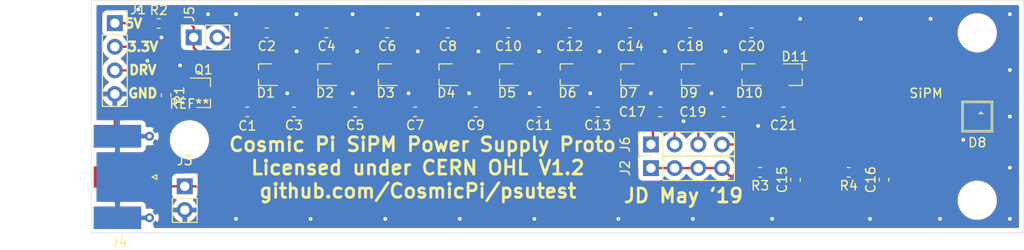
<source format=kicad_pcb>
(kicad_pcb (version 20171130) (host pcbnew "(5.1.0)-1")
  (layers (0 F.Cu signal) (31 B.Cu signal) (34 B.Paste user) (35 F.Paste user) (36 B.SilkS user) (37 F.SilkS user) (38 B.Mask user) (39 F.Mask user) (44 Edge.Cuts user))
  (net 0 "")
  (net 1 "Net-(C1-Pad2)")
  (net 2 "Net-(C2-Pad1)")
  (net 3 "Net-(C2-Pad2)")
  (net 4 "Net-(C3-Pad1)")
  (net 5 "Net-(C4-Pad1)")
  (net 6 "Net-(C5-Pad1)")
  (net 7 "Net-(C6-Pad1)")
  (net 8 "Net-(C7-Pad1)")
  (net 9 "Net-(C10-Pad2)")
  (net 10 "Net-(C11-Pad2)")
  (net 11 "Net-(C10-Pad1)")
  (net 12 "Net-(C11-Pad1)")
  (net 13 "Net-(C12-Pad1)")
  (net 14 "Net-(C13-Pad1)")
  (net 15 "Net-(J1-Pad3)")
  (net 16 "Net-(J1-Pad2)")
  (net 17 "Net-(C15-Pad2)")
  (net 18 "Net-(C16-Pad2)")
  (net 19 "Net-(J1-Pad1)")
  (net 20 "Net-(D8-Pad2)")
  (net 21 "Net-(C14-Pad1)")
  (net 22 "Net-(C17-Pad1)")
  (net 23 "Net-(C18-Pad1)")
  (net 24 "Net-(C19-Pad1)")
  (net 25 "Net-(C20-Pad1)")
  (net 26 "Net-(C21-Pad1)")
  (net 27 "Net-(D11-Pad2)")
  (net 28 "Net-(J2-Pad1)")
  (net 29 "Net-(J5-Pad1)")
  (net 30 /GND)
  (module MountingHole:MountingHole_3.2mm_M3_ISO7380 (layer F.Cu) (at 40.5 55)
    (fp_text reference REF** (at 0 -3.85) (layer F.SilkS))
    (fp_text value MountingHole_3.2mm_M3_ISO7380)
    (pad 1 np_thru_hole circle (at 0 0) (size 3.2 3.2) (drill 3.2) (layers *.Cu *.Mask))
  )
  (module Symbol:OSHW-Logo2_7.3x6mm_Copper (layer F.Cu) (at 112.5 46)
    (fp_text reference REF** hide)
    (fp_text value OSHW-Logo2_7.3x6mm_Copper hide)
    (fp_poly (pts (xy 0.10391 -2.757652) (xy 0.182454 -2.757222) (xy 0.239298 -2.756058) (xy 0.278105 -2.753793) (xy 0.302538 -2.75006) (xy 0.316262 -2.744494) (xy 0.32294 -2.736727) (xy 0.326236 -2.726395) (xy 0.326556 -2.725057) (xy 0.331562 -2.700921) (xy 0.340829 -2.653299) (xy 0.353392 -2.587259) (xy 0.368287 -2.507872) (xy 0.384551 -2.420204) (xy 0.385119 -2.417125) (xy 0.40141 -2.331211) (xy 0.416652 -2.255304) (xy 0.429861 -2.193955) (xy 0.440054 -2.151718) (xy 0.446248 -2.133145) (xy 0.446543 -2.132816) (xy 0.464788 -2.123747) (xy 0.502405 -2.108633) (xy 0.551271 -2.090738) (xy 0.551543 -2.090642) (xy 0.613093 -2.067507) (xy 0.685657 -2.038035) (xy 0.754057 -2.008403) (xy 0.757294 -2.006938) (xy 0.868702 -1.956374) (xy 1.115399 -2.12484) (xy 1.191077 -2.176197) (xy 1.259631 -2.222111) (xy 1.317088 -2.25997) (xy 1.359476 -2.287163) (xy 1.382825 -2.301079) (xy 1.385042 -2.302111) (xy 1.40201 -2.297516) (xy 1.433701 -2.275345) (xy 1.481352 -2.234553) (xy 1.546198 -2.174095) (xy 1.612397 -2.109773) (xy 1.676214 -2.046388) (xy 1.733329 -1.988549) (xy 1.780305 -1.939825) (xy 1.813703 -1.90379) (xy 1.830085 -1.884016) (xy 1.830694 -1.882998) (xy 1.832505 -1.869428) (xy 1.825683 -1.847267) (xy 1.80854 -1.813522) (xy 1.779393 -1.7652) (xy 1.736555 -1.699308) (xy 1.679448 -1.614483) (xy 1.628766 -1.539823) (xy 1.583461 -1.47286) (xy 1.54615 -1.417484) (xy 1.519452 -1.37758) (xy 1.505985 -1.357038) (xy 1.505137 -1.355644) (xy 1.506781 -1.335962) (xy 1.519245 -1.297707) (xy 1.540048 -1.248111) (xy 1.547462 -1.232272) (xy 1.579814 -1.16171) (xy 1.614328 -1.081647) (xy 1.642365 -1.012371) (xy 1.662568 -0.960955) (xy 1.678615 -0.921881) (xy 1.687888 -0.901459) (xy 1.689041 -0.899886) (xy 1.706096 -0.897279) (xy 1.746298 -0.890137) (xy 1.804302 -0.879477) (xy 1.874763 -0.866315) (xy 1.952335 -0.851667) (xy 2.031672 -0.836551) (xy 2.107431 -0.821982) (xy 2.174264 -0.808978) (xy 2.226828 -0.798555) (xy 2.259776 -0.79173) (xy 2.267857 -0.789801) (xy 2.276205 -0.785038) (xy 2.282506 -0.774282) (xy 2.287045 -0.753902) (xy 2.290104 -0.720266) (xy 2.291967 -0.669745) (xy 2.292918 -0.598708) (xy 2.29324 -0.503524) (xy 2.293257 -0.464508) (xy 2.293257 -0.147201) (xy 2.217057 -0.132161) (xy 2.174663 -0.124005) (xy 2.1114 -0.112101) (xy 2.034962 -0.097884) (xy 1.953043 -0.08279) (xy 1.9304 -0.078645) (xy 1.854806 -0.063947) (xy 1.788953 -0.049495) (xy 1.738366 -0.036625) (xy 1.708574 -0.026678) (xy 1.703612 -0.023713) (xy 1.691426 -0.002717) (xy 1.673953 0.037967) (xy 1.654577 0.090322) (xy 1.650734 0.1016) (xy 1.625339 0.171523) (xy 1.593817 0.250418) (xy 1.562969 0.321266) (xy 1.562817 0.321595) (xy 1.511447 0.432733) (xy 1.680399 0.681253) (xy 1.849352 0.929772) (xy 1.632429 1.147058) (xy 1.566819 1.211726) (xy 1.506979 1.268733) (xy 1.456267 1.315033) (xy 1.418046 1.347584) (xy 1.395675 1.363343) (xy 1.392466 1.364343) (xy 1.373626 1.356469) (xy 1.33518 1.334578) (xy 1.28133 1.301267) (xy 1.216276 1.259131) (xy 1.14594 1.211943) (xy 1.074555 1.16381) (xy 1.010908 1.121928) (xy 0.959041 1.088871) (xy 0.922995 1.067218) (xy 0.906867 1.059543) (xy 0.887189 1.066037) (xy 0.849875 1.08315) (xy 0.802621 1.107326) (xy 0.797612 1.110013) (xy 0.733977 1.141927) (xy 0.690341 1.157579) (xy 0.663202 1.157745) (xy 0.649057 1.143204) (xy 0.648975 1.143) (xy 0.641905 1.125779) (xy 0.625042 1.084899) (xy 0.599695 1.023525) (xy 0.567171 0.944819) (xy 0.528778 0.851947) (xy 0.485822 0.748072) (xy 0.444222 0.647502) (xy 0.398504 0.536516) (xy 0.356526 0.433703) (xy 0.319548 0.342215) (xy 0.288827 0.265201) (xy 0.265622 0.205815) (xy 0.25119 0.167209) (xy 0.246743 0.1528) (xy 0.257896 0.136272) (xy 0.287069 0.10993) (xy 0.325971 0.080887) (xy 0.436757 -0.010961) (xy 0.523351 -0.116241) (xy 0.584716 -0.232734) (xy 0.619815 -0.358224) (xy 0.627608 -0.490493) (xy 0.621943 -0.551543) (xy 0.591078 -0.678205) (xy 0.53792 -0.790059) (xy 0.465767 -0.885999) (xy 0.377917 -0.964924) (xy 0.277665 -1.02573) (xy 0.16831 -1.067313) (xy 0.053147 -1.088572) (xy -0.064525 -1.088401) (xy -0.18141 -1.065699) (xy -0.294211 -1.019362) (xy -0.399631 -0.948287) (xy -0.443632 -0.908089) (xy -0.528021 -0.804871) (xy -0.586778 -0.692075) (xy -0.620296 -0.57299) (xy -0.628965 -0.450905) (xy -0.613177 -0.329107) (xy -0.573322 -0.210884) (xy -0.509793 -0.099525) (xy -0.422979 0.001684) (xy -0.325971 0.080887) (xy -0.285563 0.111162) (xy -0.257018 0.137219) (xy -0.246743 0.152825) (xy -0.252123 0.169843) (xy -0.267425 0.2105) (xy -0.291388 0.271642) (xy -0.322756 0.350119) (xy -0.360268 0.44278) (xy -0.402667 0.546472) (xy -0.444337 0.647526) (xy -0.49031 0.758607) (xy -0.532893 0.861541) (xy -0.570779 0.953165) (xy -0.60266 1.030316) (xy -0.627229 1.089831) (xy -0.64318 1.128544) (xy -0.64909 1.143) (xy -0.663052 1.157685) (xy -0.69006 1.157642) (xy -0.733587 1.142099) (xy -0.79711 1.110284) (xy -0.797612 1.110013) (xy -0.84544 1.085323) (xy -0.884103 1.067338) (xy -0.905905 1.059614) (xy -0.906867 1.059543) (xy -0.923279 1.067378) (xy -0.959513 1.089165) (xy -1.011526 1.122328) (xy -1.075275 1.164291) (xy -1.14594 1.211943) (xy -1.217884 1.260191) (xy -1.282726 1.302151) (xy -1.336265 1.335227) (xy -1.374303 1.356821) (xy -1.392467 1.364343) (xy -1.409192 1.354457) (xy -1.44282 1.326826) (xy -1.48999 1.284495) (xy -1.547342 1.230505) (xy -1.611516 1.167899) (xy -1.632503 1.146983) (xy -1.849501 0.929623) (xy -1.684332 0.68722) (xy -1.634136 0.612781) (xy -1.590081 0.545972) (xy -1.554638 0.490665) (xy -1.530281 0.450729) (xy -1.519478 0.430036) (xy -1.519162 0.428563) (xy -1.524857 0.409058) (xy -1.540174 0.369822) (xy -1.562463 0.31743) (xy -1.578107 0.282355) (xy -1.607359 0.215201) (xy -1.634906 0.147358) (xy -1.656263 0.090034) (xy -1.662065 0.072572) (xy -1.678548 0.025938) (xy -1.69466 -0.010095) (xy -1.70351 -0.023713) (xy -1.72304 -0.032048) (xy -1.765666 -0.043863) (xy -1.825855 -0.057819) (xy -1.898078 -0.072578) (xy -1.9304 -0.078645) (xy -2.012478 -0.093727) (xy -2.091205 -0.108331) (xy -2.158891 -0.12102) (xy -2.20784 -0.130358) (xy -2.217057 -0.132161) (xy -2.293257 -0.147201) (xy -2.293257 -0.464508) (xy -2.293086 -0.568846) (xy -2.292384 -0.647787) (xy -2.290866 -0.704962) (xy -2.288251 -0.744001) (xy -2.284254 -0.768535) (xy -2.278591 -0.782195) (xy -2.27098 -0.788611) (xy -2.267857 -0.789801) (xy -2.249022 -0.79402) (xy -2.207412 -0.802438) (xy -2.14837 -0.814039) (xy -2.077243 -0.827805) (xy -1.999375 -0.84272) (xy -1.920113 -0.857768) (xy -1.844802 -0.871931) (xy -1.778787 -0.884194) (xy -1.727413 -0.893539) (xy -1.696025 -0.89895) (xy -1.689041 -0.899886) (xy -1.682715 -0.912404) (xy -1.66871 -0.945754) (xy -1.649645 -0.993623) (xy -1.642366 -1.012371) (xy -1.613004 -1.084805) (xy -1.578429 -1.16483) (xy -1.547463 -1.232272) (xy -1.524677 -1.283841) (xy -1.509518 -1.326215) (xy -1.504458 -1.352166) (xy -1.505264 -1.355644) (xy -1.515959 -1.372064) (xy -1.54038 -1.408583) (xy -1.575905 -1.461313) (xy -1.619913 -1.526365) (xy -1.669783 -1.599849) (xy -1.679644 -1.614355) (xy -1.737508 -1.700296) (xy -1.780044 -1.765739) (xy -1.808946 -1.813696) (xy -1.82591 -1.84718) (xy -1.832633 -1.869205) (xy -1.83081 -1.882783) (xy -1.830764 -1.882869) (xy -1.816414 -1.900703) (xy -1.784677 -1.935183) (xy -1.73899 -1.982732) (xy -1.682796 -2.039778) (xy -1.619532 -2.102745) (xy -1.612398 -2.109773) (xy -1.53267 -2.18698) (xy -1.471143 -2.24367) (xy -1.426579 -2.28089) (xy -1.397743 -2.299685) (xy -1.385042 -2.302111) (xy -1.366506 -2.291529) (xy -1.328039 -2.267084) (xy -1.273614 -2.231388) (xy -1.207202 -2.187053) (xy -1.132775 -2.136689) (xy -1.115399 -2.12484) (xy -0.868703 -1.956374) (xy -0.757294 -2.006938) (xy -0.689543 -2.036405) (xy -0.616817 -2.066041) (xy -0.554297 -2.08967) (xy -0.551543 -2.090642) (xy -0.50264 -2.108543) (xy -0.464943 -2.12368) (xy -0.446575 -2.13279) (xy -0.446544 -2.132816) (xy -0.440715 -2.149283) (xy -0.430808 -2.189781) (xy -0.417805 -2.249758) (xy -0.402691 -2.32466) (xy -0.386448 -2.409936) (xy -0.385119 -2.417125) (xy -0.368825 -2.504986) (xy -0.353867 -2.58474) (xy -0.341209 -2.651319) (xy -0.331814 -2.699653) (xy -0.326646 -2.724675) (xy -0.326556 -2.725057) (xy -0.323411 -2.735701) (xy -0.317296 -2.743738) (xy -0.304547 -2.749533) (xy -0.2815 -2.753453) (xy -0.244491 -2.755865) (xy -0.189856 -2.757135) (xy -0.113933 -2.757629) (xy -0.013056 -2.757714) (xy 0 -2.757714) (xy 0.10391 -2.757652)) (layer F.Cu) (width 0.01))
    (fp_poly (pts (xy 3.153595 1.966966) (xy 3.211021 2.004497) (xy 3.238719 2.038096) (xy 3.260662 2.099064) (xy 3.262405 2.147308) (xy 3.258457 2.211816) (xy 3.109686 2.276934) (xy 3.037349 2.310202) (xy 2.990084 2.336964) (xy 2.965507 2.360144) (xy 2.961237 2.382667) (xy 2.974889 2.407455) (xy 2.989943 2.423886) (xy 3.033746 2.450235) (xy 3.081389 2.452081) (xy 3.125145 2.431546) (xy 3.157289 2.390752) (xy 3.163038 2.376347) (xy 3.190576 2.331356) (xy 3.222258 2.312182) (xy 3.265714 2.295779) (xy 3.265714 2.357966) (xy 3.261872 2.400283) (xy 3.246823 2.435969) (xy 3.21528 2.476943) (xy 3.210592 2.482267) (xy 3.175506 2.51872) (xy 3.145347 2.538283) (xy 3.107615 2.547283) (xy 3.076335 2.55023) (xy 3.020385 2.550965) (xy 2.980555 2.54166) (xy 2.955708 2.527846) (xy 2.916656 2.497467) (xy 2.889625 2.464613) (xy 2.872517 2.423294) (xy 2.863238 2.367521) (xy 2.859693 2.291305) (xy 2.85941 2.252622) (xy 2.860372 2.206247) (xy 2.948007 2.206247) (xy 2.949023 2.231126) (xy 2.951556 2.2352) (xy 2.968274 2.229665) (xy 3.004249 2.215017) (xy 3.052331 2.19419) (xy 3.062386 2.189714) (xy 3.123152 2.158814) (xy 3.156632 2.131657) (xy 3.16399 2.10622) (xy 3.146391 2.080481) (xy 3.131856 2.069109) (xy 3.07941 2.046364) (xy 3.030322 2.050122) (xy 2.989227 2.077884) (xy 2.960758 2.127152) (xy 2.951631 2.166257) (xy 2.948007 2.206247) (xy 2.860372 2.206247) (xy 2.861285 2.162249) (xy 2.868196 2.095384) (xy 2.881884 2.046695) (xy 2.904096 2.010849) (xy 2.936574 1.982513) (xy 2.950733 1.973355) (xy 3.015053 1.949507) (xy 3.085473 1.948006) (xy 3.153595 1.966966)) (layer F.Cu) (width 0.01))
    (fp_poly (pts (xy 2.6526 1.958752) (xy 2.669948 1.966334) (xy 2.711356 1.999128) (xy 2.746765 2.046547) (xy 2.768664 2.097151) (xy 2.772229 2.122098) (xy 2.760279 2.156927) (xy 2.734067 2.175357) (xy 2.705964 2.186516) (xy 2.693095 2.188572) (xy 2.686829 2.173649) (xy 2.674456 2.141175) (xy 2.669028 2.126502) (xy 2.63859 2.075744) (xy 2.59452 2.050427) (xy 2.53801 2.051206) (xy 2.533825 2.052203) (xy 2.503655 2.066507) (xy 2.481476 2.094393) (xy 2.466327 2.139287) (xy 2.45725 2.204615) (xy 2.453286 2.293804) (xy 2.452914 2.341261) (xy 2.45273 2.416071) (xy 2.451522 2.467069) (xy 2.448309 2.499471) (xy 2.442109 2.518495) (xy 2.43194 2.529356) (xy 2.416819 2.537272) (xy 2.415946 2.53767) (xy 2.386828 2.549981) (xy 2.372403 2.554514) (xy 2.370186 2.540809) (xy 2.368289 2.502925) (xy 2.366847 2.445715) (xy 2.365998 2.374027) (xy 2.365829 2.321565) (xy 2.366692 2.220047) (xy 2.37007 2.143032) (xy 2.377142 2.086023) (xy 2.389088 2.044526) (xy 2.40709 2.014043) (xy 2.432327 1.99008) (xy 2.457247 1.973355) (xy 2.517171 1.951097) (xy 2.586911 1.946076) (xy 2.6526 1.958752)) (layer F.Cu) (width 0.01))
    (fp_poly (pts (xy 2.144876 1.956335) (xy 2.186667 1.975344) (xy 2.219469 1.998378) (xy 2.243503 2.024133) (xy 2.260097 2.057358) (xy 2.270577 2.1028) (xy 2.276271 2.165207) (xy 2.278507 2.249327) (xy 2.278743 2.304721) (xy 2.278743 2.520826) (xy 2.241774 2.53767) (xy 2.212656 2.549981) (xy 2.198231 2.554514) (xy 2.195472 2.541025) (xy 2.193282 2.504653) (xy 2.191942 2.451542) (xy 2.191657 2.409372) (xy 2.190434 2.348447) (xy 2.187136 2.300115) (xy 2.182321 2.270518) (xy 2.178496 2.264229) (xy 2.152783 2.270652) (xy 2.112418 2.287125) (xy 2.065679 2.309458) (xy 2.020845 2.333457) (xy 1.986193 2.35493) (xy 1.970002 2.369685) (xy 1.969938 2.369845) (xy 1.97133 2.397152) (xy 1.983818 2.423219) (xy 2.005743 2.444392) (xy 2.037743 2.451474) (xy 2.065092 2.450649) (xy 2.103826 2.450042) (xy 2.124158 2.459116) (xy 2.136369 2.483092) (xy 2.137909 2.487613) (xy 2.143203 2.521806) (xy 2.129047 2.542568) (xy 2.092148 2.552462) (xy 2.052289 2.554292) (xy 1.980562 2.540727) (xy 1.943432 2.521355) (xy 1.897576 2.475845) (xy 1.873256 2.419983) (xy 1.871073 2.360957) (xy 1.891629 2.305953) (xy 1.922549 2.271486) (xy 1.95342 2.252189) (xy 2.001942 2.227759) (xy 2.058485 2.202985) (xy 2.06791 2.199199) (xy 2.130019 2.171791) (xy 2.165822 2.147634) (xy 2.177337 2.123619) (xy 2.16658 2.096635) (xy 2.148114 2.075543) (xy 2.104469 2.049572) (xy 2.056446 2.047624) (xy 2.012406 2.067637) (xy 1.980709 2.107551) (xy 1.976549 2.117848) (xy 1.952327 2.155724) (xy 1.916965 2.183842) (xy 1.872343 2.206917) (xy 1.872343 2.141485) (xy 1.874969 2.101506) (xy 1.88623 2.069997) (xy 1.911199 2.036378) (xy 1.935169 2.010484) (xy 1.972441 1.973817) (xy 2.001401 1.954121) (xy 2.032505 1.94622) (xy 2.067713 1.944914) (xy 2.144876 1.956335)) (layer F.Cu) (width 0.01))
    (fp_poly (pts (xy 1.779833 1.958663) (xy 1.782048 1.99685) (xy 1.783784 2.054886) (xy 1.784899 2.12818) (xy 1.785257 2.205055) (xy 1.785257 2.465196) (xy 1.739326 2.511127) (xy 1.707675 2.539429) (xy 1.67989 2.550893) (xy 1.641915 2.550168) (xy 1.62684 2.548321) (xy 1.579726 2.542948) (xy 1.540756 2.539869) (xy 1.531257 2.539585) (xy 1.499233 2.541445) (xy 1.453432 2.546114) (xy 1.435674 2.548321) (xy 1.392057 2.551735) (xy 1.362745 2.54432) (xy 1.33368 2.521427) (xy 1.323188 2.511127) (xy 1.277257 2.465196) (xy 1.277257 1.978602) (xy 1.314226 1.961758) (xy 1.346059 1.949282) (xy 1.364683 1.944914) (xy 1.369458 1.958718) (xy 1.373921 1.997286) (xy 1.377775 2.056356) (xy 1.380722 2.131663) (xy 1.382143 2.195286) (xy 1.386114 2.445657) (xy 1.420759 2.450556) (xy 1.452268 2.447131) (xy 1.467708 2.436041) (xy 1.472023 2.415308) (xy 1.475708 2.371145) (xy 1.478469 2.309146) (xy 1.480012 2.234909) (xy 1.480235 2.196706) (xy 1.480457 1.976783) (xy 1.526166 1.960849) (xy 1.558518 1.950015) (xy 1.576115 1.944962) (xy 1.576623 1.944914) (xy 1.578388 1.958648) (xy 1.580329 1.99673) (xy 1.582282 2.054482) (xy 1.584084 2.127227) (xy 1.585343 2.195286) (xy 1.589314 2.445657) (xy 1.6764 2.445657) (xy 1.680396 2.21724) (xy 1.684392 1.988822) (xy 1.726847 1.966868) (xy 1.758192 1.951793) (xy 1.776744 1.944951) (xy 1.777279 1.944914) (xy 1.779833 1.958663)) (layer F.Cu) (width 0.01))
    (fp_poly (pts (xy 1.190117 2.065358) (xy 1.189933 2.173837) (xy 1.189219 2.257287) (xy 1.187675 2.319704) (xy 1.185001 2.365085) (xy 1.180894 2.397429) (xy 1.175055 2.420733) (xy 1.167182 2.438995) (xy 1.161221 2.449418) (xy 1.111855 2.505945) (xy 1.049264 2.541377) (xy 0.980013 2.55409) (xy 0.910668 2.542463) (xy 0.869375 2.521568) (xy 0.826025 2.485422) (xy 0.796481 2.441276) (xy 0.778655 2.383462) (xy 0.770463 2.306313) (xy 0.769302 2.249714) (xy 0.769458 2.245647) (xy 0.870857 2.245647) (xy 0.871476 2.31055) (xy 0.874314 2.353514) (xy 0.88084 2.381622) (xy 0.892523 2.401953) (xy 0.906483 2.417288) (xy 0.953365 2.44689) (xy 1.003701 2.449419) (xy 1.051276 2.424705) (xy 1.054979 2.421356) (xy 1.070783 2.403935) (xy 1.080693 2.383209) (xy 1.086058 2.352362) (xy 1.088228 2.304577) (xy 1.088571 2.251748) (xy 1.087827 2.185381) (xy 1.084748 2.141106) (xy 1.078061 2.112009) (xy 1.066496 2.091173) (xy 1.057013 2.080107) (xy 1.01296 2.052198) (xy 0.962224 2.048843) (xy 0.913796 2.070159) (xy 0.90445 2.078073) (xy 0.88854 2.095647) (xy 0.87861 2.116587) (xy 0.873278 2.147782) (xy 0.871163 2.196122) (xy 0.870857 2.245647) (xy 0.769458 2.245647) (xy 0.77281 2.158568) (xy 0.784726 2.090086) (xy 0.807135 2.0386) (xy 0.842124 1.998443) (xy 0.869375 1.977861) (xy 0.918907 1.955625) (xy 0.976316 1.945304) (xy 1.029682 1.948067) (xy 1.059543 1.959212) (xy 1.071261 1.962383) (xy 1.079037 1.950557) (xy 1.084465 1.918866) (xy 1.088571 1.870593) (xy 1.093067 1.816829) (xy 1.099313 1.784482) (xy 1.110676 1.765985) (xy 1.130528 1.75377) (xy 1.143 1.748362) (xy 1.190171 1.728601) (xy 1.190117 2.065358)) (layer F.Cu) (width 0.01))
    (fp_poly (pts (xy 0.529926 1.949755) (xy 0.595858 1.974084) (xy 0.649273 2.017117) (xy 0.670164 2.047409) (xy 0.692939 2.102994) (xy 0.692466 2.143186) (xy 0.668562 2.170217) (xy 0.659717 2.174813) (xy 0.62153 2.189144) (xy 0.602028 2.185472) (xy 0.595422 2.161407) (xy 0.595086 2.148114) (xy 0.582992 2.09921) (xy 0.551471 2.064999) (xy 0.507659 2.048476) (xy 0.458695 2.052634) (xy 0.418894 2.074227) (xy 0.40545 2.086544) (xy 0.395921 2.101487) (xy 0.389485 2.124075) (xy 0.385317 2.159328) (xy 0.382597 2.212266) (xy 0.380502 2.287907) (xy 0.37996 2.311857) (xy 0.377981 2.39379) (xy 0.375731 2.451455) (xy 0.372357 2.489608) (xy 0.367006 2.513004) (xy 0.358824 2.526398) (xy 0.346959 2.534545) (xy 0.339362 2.538144) (xy 0.307102 2.550452) (xy 0.288111 2.554514) (xy 0.281836 2.540948) (xy 0.278006 2.499934) (xy 0.2766 2.430999) (xy 0.277598 2.333669) (xy 0.277908 2.318657) (xy 0.280101 2.229859) (xy 0.282693 2.165019) (xy 0.286382 2.119067) (xy 0.291864 2.086935) (xy 0.299835 2.063553) (xy 0.310993 2.043852) (xy 0.31683 2.03541) (xy 0.350296 1.998057) (xy 0.387727 1.969003) (xy 0.392309 1.966467) (xy 0.459426 1.946443) (xy 0.529926 1.949755)) (layer F.Cu) (width 0.01))
    (fp_poly (pts (xy 0.039744 1.950968) (xy 0.096616 1.972087) (xy 0.097267 1.972493) (xy 0.13244 1.99838) (xy 0.158407 2.028633) (xy 0.17667 2.068058) (xy 0.188732 2.121462) (xy 0.196096 2.193651) (xy 0.200264 2.289432) (xy 0.200629 2.303078) (xy 0.205876 2.508842) (xy 0.161716 2.531678) (xy 0.129763 2.54711) (xy 0.11047 2.554423) (xy 0.109578 2.554514) (xy 0.106239 2.541022) (xy 0.103587 2.504626) (xy 0.101956 2.451452) (xy 0.1016 2.408393) (xy 0.101592 2.338641) (xy 0.098403 2.294837) (xy 0.087288 2.273944) (xy 0.063501 2.272925) (xy 0.022296 2.288741) (xy -0.039914 2.317815) (xy -0.085659 2.341963) (xy -0.109187 2.362913) (xy -0.116104 2.385747) (xy -0.116114 2.386877) (xy -0.104701 2.426212) (xy -0.070908 2.447462) (xy -0.019191 2.450539) (xy 0.018061 2.450006) (xy 0.037703 2.460735) (xy 0.049952 2.486505) (xy 0.057002 2.519337) (xy 0.046842 2.537966) (xy 0.043017 2.540632) (xy 0.007001 2.55134) (xy -0.043434 2.552856) (xy -0.095374 2.545759) (xy -0.132178 2.532788) (xy -0.183062 2.489585) (xy -0.211986 2.429446) (xy -0.217714 2.382462) (xy -0.213343 2.340082) (xy -0.197525 2.305488) (xy -0.166203 2.274763) (xy -0.115322 2.24399) (xy -0.040824 2.209252) (xy -0.036286 2.207288) (xy 0.030821 2.176287) (xy 0.072232 2.150862) (xy 0.089981 2.128014) (xy 0.086107 2.104745) (xy 0.062643 2.078056) (xy 0.055627 2.071914) (xy 0.00863 2.0481) (xy -0.040067 2.049103) (xy -0.082478 2.072451) (xy -0.110616 2.115675) (xy -0.113231 2.12416) (xy -0.138692 2.165308) (xy -0.170999 2.185128) (xy -0.217714 2.20477) (xy -0.217714 2.15395) (xy -0.203504 2.080082) (xy -0.161325 2.012327) (xy -0.139376 1.989661) (xy -0.089483 1.960569) (xy -0.026033 1.9474) (xy 0.039744 1.950968)) (layer F.Cu) (width 0.01))
    (fp_poly (pts (xy -0.624114 1.851289) (xy -0.619861 1.910613) (xy -0.614975 1.945572) (xy -0.608205 1.96082) (xy -0.598298 1.961015) (xy -0.595086 1.959195) (xy -0.552356 1.946015) (xy -0.496773 1.946785) (xy -0.440263 1.960333) (xy -0.404918 1.977861) (xy -0.368679 2.005861) (xy -0.342187 2.037549) (xy -0.324001 2.077813) (xy -0.312678 2.131543) (xy -0.306778 2.203626) (xy -0.304857 2.298951) (xy -0.304823 2.317237) (xy -0.3048 2.522646) (xy -0.350509 2.53858) (xy -0.382973 2.54942) (xy -0.400785 2.554468) (xy -0.401309 2.554514) (xy -0.403063 2.540828) (xy -0.404556 2.503076) (xy -0.405674 2.446224) (xy -0.406303 2.375234) (xy -0.4064 2.332073) (xy -0.406602 2.246973) (xy -0.407642 2.185981) (xy -0.410169 2.144177) (xy -0.414836 2.116642) (xy -0.422293 2.098456) (xy -0.433189 2.084698) (xy -0.439993 2.078073) (xy -0.486728 2.051375) (xy -0.537728 2.049375) (xy -0.583999 2.071955) (xy -0.592556 2.080107) (xy -0.605107 2.095436) (xy -0.613812 2.113618) (xy -0.619369 2.139909) (xy -0.622474 2.179562) (xy -0.623824 2.237832) (xy -0.624114 2.318173) (xy -0.624114 2.522646) (xy -0.669823 2.53858) (xy -0.702287 2.54942) (xy -0.720099 2.554468) (xy -0.720623 2.554514) (xy -0.721963 2.540623) (xy -0.723172 2.501439) (xy -0.724199 2.4407) (xy -0.724998 2.362141) (xy -0.725519 2.269498) (xy -0.725714 2.166509) (xy -0.725714 1.769342) (xy -0.678543 1.749444) (xy -0.631371 1.729547) (xy -0.624114 1.851289)) (layer F.Cu) (width 0.01))
    (fp_poly (pts (xy -1.831697 1.931239) (xy -1.774473 1.969735) (xy -1.730251 2.025335) (xy -1.703833 2.096086) (xy -1.69849 2.148162) (xy -1.699097 2.169893) (xy -1.704178 2.186531) (xy -1.718145 2.201437) (xy -1.745411 2.217973) (xy -1.790388 2.239498) (xy -1.857489 2.269374) (xy -1.857829 2.269524) (xy -1.919593 2.297813) (xy -1.970241 2.322933) (xy -2.004596 2.342179) (xy -2.017482 2.352848) (xy -2.017486 2.352934) (xy -2.006128 2.376166) (xy -1.979569 2.401774) (xy -1.949077 2.420221) (xy -1.93363 2.423886) (xy -1.891485 2.411212) (xy -1.855192 2.379471) (xy -1.837483 2.344572) (xy -1.820448 2.318845) (xy -1.787078 2.289546) (xy -1.747851 2.264235) (xy -1.713244 2.250471) (xy -1.706007 2.249714) (xy -1.697861 2.26216) (xy -1.69737 2.293972) (xy -1.703357 2.336866) (xy -1.714643 2.382558) (xy -1.73005 2.422761) (xy -1.730829 2.424322) (xy -1.777196 2.489062) (xy -1.837289 2.533097) (xy -1.905535 2.554711) (xy -1.976362 2.552185) (xy -2.044196 2.523804) (xy -2.047212 2.521808) (xy -2.100573 2.473448) (xy -2.13566 2.410352) (xy -2.155078 2.327387) (xy -2.157684 2.304078) (xy -2.162299 2.194055) (xy -2.156767 2.142748) (xy -2.017486 2.142748) (xy -2.015676 2.174753) (xy -2.005778 2.184093) (xy -1.981102 2.177105) (xy -1.942205 2.160587) (xy -1.898725 2.139881) (xy -1.897644 2.139333) (xy -1.860791 2.119949) (xy -1.846 2.107013) (xy -1.849647 2.093451) (xy -1.865005 2.075632) (xy -1.904077 2.049845) (xy -1.946154 2.04795) (xy -1.983897 2.066717) (xy -2.009966 2.102915) (xy -2.017486 2.142748) (xy -2.156767 2.142748) (xy -2.152806 2.106027) (xy -2.12845 2.036212) (xy -2.094544 1.987302) (xy -2.033347 1.937878) (xy -1.965937 1.913359) (xy -1.89712 1.911797) (xy -1.831697 1.931239)) (layer F.Cu) (width 0.01))
    (fp_poly (pts (xy -2.958885 1.921962) (xy -2.890855 1.957733) (xy -2.840649 2.015301) (xy -2.822815 2.052312) (xy -2.808937 2.107882) (xy -2.801833 2.178096) (xy -2.80116 2.254727) (xy -2.806573 2.329552) (xy -2.81773 2.394342) (xy -2.834286 2.440873) (xy -2.839374 2.448887) (xy -2.899645 2.508707) (xy -2.971231 2.544535) (xy -3.048908 2.55502) (xy -3.127452 2.53881) (xy -3.149311 2.529092) (xy -3.191878 2.499143) (xy -3.229237 2.459433) (xy -3.232768 2.454397) (xy -3.247119 2.430124) (xy -3.256606 2.404178) (xy -3.26221 2.370022) (xy -3.264914 2.321119) (xy -3.265701 2.250935) (xy -3.265714 2.2352) (xy -3.265678 2.230192) (xy -3.120571 2.230192) (xy -3.119727 2.29643) (xy -3.116404 2.340386) (xy -3.109417 2.368779) (xy -3.097584 2.388325) (xy -3.091543 2.394857) (xy -3.056814 2.41968) (xy -3.023097 2.418548) (xy -2.989005 2.397016) (xy -2.968671 2.374029) (xy -2.956629 2.340478) (xy -2.949866 2.287569) (xy -2.949402 2.281399) (xy -2.948248 2.185513) (xy -2.960312 2.114299) (xy -2.98543 2.068194) (xy -3.02344 2.047635) (xy -3.037008 2.046514) (xy -3.072636 2.052152) (xy -3.097006 2.071686) (xy -3.111907 2.109042) (xy -3.119125 2.16815) (xy -3.120571 2.230192) (xy -3.265678 2.230192) (xy -3.265174 2.160413) (xy -3.262904 2.108159) (xy -3.257932 2.071949) (xy -3.249287 2.045299) (xy -3.235995 2.021722) (xy -3.233057 2.017338) (xy -3.183687 1.958249) (xy -3.129891 1.923947) (xy -3.064398 1.910331) (xy -3.042158 1.909665) (xy -2.958885 1.921962)) (layer F.Cu) (width 0.01))
    (fp_poly (pts (xy -1.283907 1.92778) (xy -1.237328 1.954723) (xy -1.204943 1.981466) (xy -1.181258 2.009484) (xy -1.164941 2.043748) (xy -1.154661 2.089227) (xy -1.149086 2.150892) (xy -1.146884 2.233711) (xy -1.146629 2.293246) (xy -1.146629 2.512391) (xy -1.208314 2.540044) (xy -1.27 2.567697) (xy -1.277257 2.32767) (xy -1.280256 2.238028) (xy -1.283402 2.172962) (xy -1.287299 2.128026) (xy -1.292553 2.09877) (xy -1.299769 2.080748) (xy -1.30955 2.069511) (xy -1.312688 2.067079) (xy -1.360239 2.048083) (xy -1.408303 2.0556) (xy -1.436914 2.075543) (xy -1.448553 2.089675) (xy -1.456609 2.10822) (xy -1.461729 2.136334) (xy -1.464559 2.179173) (xy -1.465744 2.241895) (xy -1.465943 2.307261) (xy -1.465982 2.389268) (xy -1.467386 2.447316) (xy -1.472086 2.486465) (xy -1.482013 2.51178) (xy -1.499097 2.528323) (xy -1.525268 2.541156) (xy -1.560225 2.554491) (xy -1.598404 2.569007) (xy -1.593859 2.311389) (xy -1.592029 2.218519) (xy -1.589888 2.149889) (xy -1.586819 2.100711) (xy -1.582206 2.066198) (xy -1.575432 2.041562) (xy -1.565881 2.022016) (xy -1.554366 2.00477) (xy -1.49881 1.94968) (xy -1.43102 1.917822) (xy -1.357287 1.910191) (xy -1.283907 1.92778)) (layer F.Cu) (width 0.01))
    (fp_poly (pts (xy -2.400256 1.919918) (xy -2.344799 1.947568) (xy -2.295852 1.99848) (xy -2.282371 2.017338) (xy -2.267686 2.042015) (xy -2.258158 2.068816) (xy -2.252707 2.104587) (xy -2.250253 2.156169) (xy -2.249714 2.224267) (xy -2.252148 2.317588) (xy -2.260606 2.387657) (xy -2.276826 2.439931) (xy -2.302546 2.479869) (xy -2.339503 2.512929) (xy -2.342218 2.514886) (xy -2.37864 2.534908) (xy -2.422498 2.544815) (xy -2.478276 2.547257) (xy -2.568952 2.547257) (xy -2.56899 2.635283) (xy -2.569834 2.684308) (xy -2.574976 2.713065) (xy -2.588413 2.730311) (xy -2.614142 2.744808) (xy -2.620321 2.747769) (xy -2.649236 2.761648) (xy -2.671624 2.770414) (xy -2.688271 2.771171) (xy -2.699964 2.761023) (xy -2.70749 2.737073) (xy -2.711634 2.696426) (xy -2.713185 2.636186) (xy -2.712929 2.553455) (xy -2.711651 2.445339) (xy -2.711252 2.413) (xy -2.709815 2.301524) (xy -2.708528 2.228603) (xy -2.569029 2.228603) (xy -2.568245 2.290499) (xy -2.56476 2.330997) (xy -2.556876 2.357708) (xy -2.542895 2.378244) (xy -2.533403 2.38826) (xy -2.494596 2.417567) (xy -2.460237 2.419952) (xy -2.424784 2.39575) (xy -2.423886 2.394857) (xy -2.409461 2.376153) (xy -2.400687 2.350732) (xy -2.396261 2.311584) (xy -2.394882 2.251697) (xy -2.394857 2.23843) (xy -2.398188 2.155901) (xy -2.409031 2.098691) (xy -2.42866 2.063766) (xy -2.45835 2.048094) (xy -2.475509 2.046514) (xy -2.516234 2.053926) (xy -2.544168 2.07833) (xy -2.560983 2.12298) (xy -2.56835 2.19113) (xy -2.569029 2.228603) (xy -2.708528 2.228603) (xy -2.708292 2.215245) (xy -2.706323 2.150333) (xy -2.70355 2.102958) (xy -2.699612 2.06929) (xy -2.694151 2.045498) (xy -2.686808 2.027753) (xy -2.677223 2.012224) (xy -2.673113 2.006381) (xy -2.618595 1.951185) (xy -2.549664 1.91989) (xy -2.469928 1.911165) (xy -2.400256 1.919918)) (layer F.Cu) (width 0.01))
  )
  (module MountingHole:MountingHole_3.2mm_M3_ISO7380 (layer F.Cu) (at 125 61.5)
    (fp_text reference REF** hide)
    (fp_text value MountingHole_3.2mm_M3_ISO7380)
    (pad 1 np_thru_hole circle (at 0 0) (size 3.2 3.2) (drill 3.2) (layers *.Cu *.Mask))
  )
  (module MountingHole:MountingHole_3.2mm_M3_ISO7380 (layer F.Cu) (at 125 43.5)
    (fp_text reference REF** hide)
    (fp_text value MountingHole_3.2mm_M3_ISO7380)
    (pad 1 np_thru_hole circle (at 0 0) (size 3.2 3.2) (drill 3.2) (layers *.Cu *.Mask))
  )
  (module Fiducial:Fiducial_1mm_Dia_2.54mm_Outer_CopperTop (layer F.Cu) (at 119.5 52.5)
    (fp_text reference SiPM (at 0 -2.5) (layer F.SilkS))
    (fp_text value Fiducial_1mm_Dia_2.54mm_Outer_CopperTop)
    (pad ~ smd circle (at 0 0) (size 1 1) (layers F.Cu F.Mask) (clearance 0.77))
  )
  (module Fiducial:Fiducial_1mm_Dia_2.54mm_Outer_CopperTop (layer F.Cu) (at 45 59.5)
    (fp_text reference Input hide)
    (fp_text value Fiducial_1mm_Dia_2.54mm_Outer_CopperTop)
    (pad ~ smd circle (at 0 0) (size 1 1) (layers F.Cu F.Mask) (clearance 0.77))
  )
  (module Cosmic:Ketek_PM3325-WB (layer F.Cu) (at 125 52.5)
    (fp_text reference D8 (at 0 2.8) (layer F.SilkS))
    (fp_text value D_SiPM)
    (pad 12 smd circle (at -0.975 0.325) (size 0.33 0.33) (layers F.Cu F.Paste F.Mask))
    (pad 11 smd circle (at -0.975 0.975) (size 0.33 0.33) (layers F.Cu F.Paste F.Mask))
    (pad 2 smd circle (at -0.325 0.975) (size 0.33 0.33) (layers F.Cu F.Paste F.Mask) (net 20 "Net-(D8-Pad2)"))
    (pad 2 smd circle (at 0.325 0.975) (size 0.33 0.33) (layers F.Cu F.Paste F.Mask) (net 20 "Net-(D8-Pad2)"))
    (pad 8 smd circle (at 0.975 0.975) (size 0.33 0.33) (layers F.Cu F.Paste F.Mask))
    (pad 7 smd circle (at 0.975 0.325) (size 0.33 0.33) (layers F.Cu F.Paste F.Mask))
    (pad 6 smd circle (at 0.975 -0.325) (size 0.33 0.33) (layers F.Cu F.Paste F.Mask))
    (pad 5 smd circle (at 0.975 -0.975) (size 0.33 0.33) (layers F.Cu F.Paste F.Mask))
    (pad 1 smd circle (at 0.325 -0.975) (size 0.33 0.33) (layers F.Cu F.Paste F.Mask) (net 18 "Net-(C16-Pad2)"))
    (pad 1 smd circle (at -0.325 -0.975) (size 0.33 0.33) (layers F.Cu F.Paste F.Mask) (net 18 "Net-(C16-Pad2)"))
    (pad 9 smd circle (at -0.975 -0.975) (size 0.33 0.33) (layers F.Cu F.Paste F.Mask))
    (pad 10 smd circle (at -0.975 -0.325) (size 0.33 0.33) (layers F.Cu F.Paste F.Mask))
  )
  (module Connector_PinSocket_2.54mm:PinSocket_1x04_P2.54mm_Vertical (layer F.Cu) (at 90 55.5 90)
    (fp_text reference J6 (at 0 -2.77 90) (layer F.SilkS))
    (fp_text value Conn_01x04_Male)
    (pad 4 thru_hole oval (at 0 7.62 90) (size 1.7 1.7) (drill 1) (layers *.Cu *.Mask) (net 26 "Net-(C21-Pad1)"))
    (pad 3 thru_hole oval (at 0 5.08 90) (size 1.7 1.7) (drill 1) (layers *.Cu *.Mask) (net 24 "Net-(C19-Pad1)"))
    (pad 2 thru_hole oval (at 0 2.54 90) (size 1.7 1.7) (drill 1) (layers *.Cu *.Mask) (net 22 "Net-(C17-Pad1)"))
    (pad 1 thru_hole rect (at 0 0 90) (size 1.7 1.7) (drill 1) (layers *.Cu *.Mask) (net 14 "Net-(C13-Pad1)"))
  )
  (module Connector_PinSocket_2.54mm:PinSocket_1x02_P2.54mm_Vertical (layer F.Cu) (at 40.96 44 90)
    (fp_text reference J5 (at 2.5 -0.46 90) (layer F.SilkS))
    (fp_text value Conn_01x02_Male)
    (pad 2 thru_hole oval (at 0 2.54 90) (size 1.7 1.7) (drill 1) (layers *.Cu *.Mask) (net 3 "Net-(C2-Pad2)"))
    (pad 1 thru_hole rect (at 0 0 90) (size 1.7 1.7) (drill 1) (layers *.Cu *.Mask) (net 29 "Net-(J5-Pad1)"))
  )
  (module Connector_PinSocket_2.54mm:PinSocket_1x04_P2.54mm_Vertical (layer F.Cu) (at 90 58.04 90)
    (fp_text reference J2 (at 0 -2.77 90) (layer F.SilkS))
    (fp_text value Conn_01x04_Male)
    (pad 4 thru_hole oval (at 0 7.62 90) (size 1.7 1.7) (drill 1) (layers *.Cu *.Mask) (net 28 "Net-(J2-Pad1)"))
    (pad 3 thru_hole oval (at 0 5.08 90) (size 1.7 1.7) (drill 1) (layers *.Cu *.Mask) (net 28 "Net-(J2-Pad1)"))
    (pad 2 thru_hole oval (at 0 2.54 90) (size 1.7 1.7) (drill 1) (layers *.Cu *.Mask) (net 28 "Net-(J2-Pad1)"))
    (pad 1 thru_hole rect (at 0 0 90) (size 1.7 1.7) (drill 1) (layers *.Cu *.Mask) (net 28 "Net-(J2-Pad1)"))
  )
  (module Package_TO_SOT_SMD:SOT-323_SC-70 (layer F.Cu) (at 105.5 48)
    (fp_text reference D11 (at -0.05 -1.95) (layer F.SilkS))
    (fp_text value BAT54SW)
    (pad 3 smd rect (at 1 0 270) (size 0.45 0.7) (layers F.Cu F.Paste F.Mask) (net 26 "Net-(C21-Pad1)"))
    (pad 2 smd rect (at -1 0.65 270) (size 0.45 0.7) (layers F.Cu F.Paste F.Mask) (net 27 "Net-(D11-Pad2)"))
    (pad 1 smd rect (at -1 -0.65 270) (size 0.45 0.7) (layers F.Cu F.Paste F.Mask) (net 25 "Net-(C20-Pad1)"))
  )
  (module Package_TO_SOT_SMD:SOT-323_SC-70 (layer F.Cu) (at 100.5 48 180)
    (fp_text reference D10 (at -0.05 -1.95 180) (layer F.SilkS))
    (fp_text value BAT54SW)
    (pad 3 smd rect (at 1 0 90) (size 0.45 0.7) (layers F.Cu F.Paste F.Mask) (net 24 "Net-(C19-Pad1)"))
    (pad 2 smd rect (at -1 0.65 90) (size 0.45 0.7) (layers F.Cu F.Paste F.Mask) (net 25 "Net-(C20-Pad1)"))
    (pad 1 smd rect (at -1 -0.65 90) (size 0.45 0.7) (layers F.Cu F.Paste F.Mask) (net 23 "Net-(C18-Pad1)"))
  )
  (module Package_TO_SOT_SMD:SOT-323_SC-70 (layer F.Cu) (at 94 48 180)
    (fp_text reference D9 (at -0.05 -1.95 180) (layer F.SilkS))
    (fp_text value BAT54SW)
    (pad 3 smd rect (at 1 0 90) (size 0.45 0.7) (layers F.Cu F.Paste F.Mask) (net 22 "Net-(C17-Pad1)"))
    (pad 2 smd rect (at -1 0.65 90) (size 0.45 0.7) (layers F.Cu F.Paste F.Mask) (net 23 "Net-(C18-Pad1)"))
    (pad 1 smd rect (at -1 -0.65 90) (size 0.45 0.7) (layers F.Cu F.Paste F.Mask) (net 21 "Net-(C14-Pad1)"))
  )
  (module Capacitor_SMD:C_0603_1608Metric (layer F.Cu) (at 104.2125 52 180)
    (fp_text reference C21 (at 0 -1.43 180) (layer F.SilkS))
    (fp_text value 10u)
    (pad 2 smd roundrect (at 0.7875 0 180) (size 0.875 0.95) (layers F.Cu F.Paste F.Mask) (net 24 "Net-(C19-Pad1)"))
    (pad 1 smd roundrect (at -0.7875 0 180) (size 0.875 0.95) (layers F.Cu F.Paste F.Mask) (net 26 "Net-(C21-Pad1)"))
  )
  (module Capacitor_SMD:C_0603_1608Metric (layer F.Cu) (at 100.7875 43.5 180)
    (fp_text reference C20 (at 0 -1.43 180) (layer F.SilkS))
    (fp_text value 10u)
    (pad 2 smd roundrect (at 0.7875 0 180) (size 0.875 0.95) (layers F.Cu F.Paste F.Mask) (net 23 "Net-(C18-Pad1)"))
    (pad 1 smd roundrect (at -0.7875 0 180) (size 0.875 0.95) (layers F.Cu F.Paste F.Mask) (net 25 "Net-(C20-Pad1)"))
  )
  (module Capacitor_SMD:C_0603_1608Metric (layer F.Cu) (at 97.7875 52 180)
    (fp_text reference C19 (at 3.2875 0 180) (layer F.SilkS))
    (fp_text value 10u)
    (pad 2 smd roundrect (at 0.7875 0 180) (size 0.875 0.95) (layers F.Cu F.Paste F.Mask) (net 22 "Net-(C17-Pad1)"))
    (pad 1 smd roundrect (at -0.7875 0 180) (size 0.875 0.95) (layers F.Cu F.Paste F.Mask) (net 24 "Net-(C19-Pad1)"))
  )
  (module Capacitor_SMD:C_0603_1608Metric (layer F.Cu) (at 94.2125 43.5 180)
    (fp_text reference C18 (at 0 -1.43 180) (layer F.SilkS))
    (fp_text value 10u)
    (pad 2 smd roundrect (at 0.7875 0 180) (size 0.875 0.95) (layers F.Cu F.Paste F.Mask) (net 21 "Net-(C14-Pad1)"))
    (pad 1 smd roundrect (at -0.7875 0 180) (size 0.875 0.95) (layers F.Cu F.Paste F.Mask) (net 23 "Net-(C18-Pad1)"))
  )
  (module Capacitor_SMD:C_0603_1608Metric (layer F.Cu) (at 91 52 180)
    (fp_text reference C17 (at 3 0 180) (layer F.SilkS))
    (fp_text value 10u)
    (pad 2 smd roundrect (at 0.7875 0 180) (size 0.875 0.95) (layers F.Cu F.Paste F.Mask) (net 14 "Net-(C13-Pad1)"))
    (pad 1 smd roundrect (at -0.7875 0 180) (size 0.875 0.95) (layers F.Cu F.Paste F.Mask) (net 22 "Net-(C17-Pad1)"))
  )
  (module Capacitor_SMD:C_0603_1608Metric (layer F.Cu) (at 87.7875 43.5 180)
    (fp_text reference C14 (at 0 -1.43 180) (layer F.SilkS))
    (fp_text value 10u)
    (pad 2 smd roundrect (at 0.7875 0 180) (size 0.875 0.95) (layers F.Cu F.Paste F.Mask) (net 13 "Net-(C12-Pad1)"))
    (pad 1 smd roundrect (at -0.7875 0 180) (size 0.875 0.95) (layers F.Cu F.Paste F.Mask) (net 21 "Net-(C14-Pad1)"))
  )
  (module Connector_Coaxial:SMA_Molex_73251-1153_EdgeMount_Horizontal (layer F.Cu) (at 34.5 59)
    (fp_text reference J4 (at -1.5 7) (layer F.SilkS))
    (fp_text value Conn_Coaxial)
    (pad 2 smd rect (at 1.27 4.38) (size 0.95 0.46) (layers B.Cu) (net 30 /GND))
    (pad 2 smd rect (at 1.27 -4.38) (size 0.95 0.46) (layers B.Cu) (net 30 /GND))
    (pad 2 smd rect (at 1.27 4.38) (size 0.95 0.46) (layers F.Cu) (net 30 /GND))
    (pad 2 smd rect (at 1.27 -4.38) (size 0.95 0.46) (layers F.Cu) (net 30 /GND))
    (pad 2 thru_hole circle (at 1.72 4.38) (size 0.97 0.97) (drill 0.46) (layers *.Cu) (net 30 /GND))
    (pad 2 thru_hole circle (at 1.72 -4.38) (size 0.97 0.97) (drill 0.46) (layers *.Cu) (net 30 /GND))
    (pad 2 smd rect (at -1.72 4.38) (size 5.08 2.42) (layers B.Cu B.Paste B.Mask) (net 30 /GND))
    (pad 2 smd rect (at -1.72 -4.38) (size 5.08 2.42) (layers B.Cu B.Paste B.Mask) (net 30 /GND))
    (pad 2 smd rect (at -1.72 4.38) (size 5.08 2.42) (layers F.Cu F.Paste F.Mask) (net 30 /GND))
    (pad 2 smd rect (at -1.72 -4.38) (size 5.08 2.42) (layers F.Cu F.Paste F.Mask) (net 30 /GND))
    (pad 1 smd rect (at -1.72 0) (size 5.08 2.29) (layers F.Cu F.Paste F.Mask) (net 20 "Net-(D8-Pad2)"))
  )
  (module Connector_PinSocket_2.54mm:PinSocket_1x02_P2.54mm_Vertical (layer F.Cu) (at 40 60)
    (fp_text reference J3 (at 0 -2.77) (layer F.SilkS))
    (fp_text value Conn_01x02_Male)
    (pad 2 thru_hole oval (at 0 2.54) (size 1.7 1.7) (drill 1) (layers *.Cu *.Mask) (net 30 /GND))
    (pad 1 thru_hole rect (at 0 0) (size 1.7 1.7) (drill 1) (layers *.Cu *.Mask) (net 20 "Net-(D8-Pad2)"))
  )
  (module Connector_PinSocket_2.54mm:PinSocket_1x04_P2.54mm_Vertical (layer F.Cu) (at 32.5 42.46)
    (fp_text reference J1 (at 2.5 -1.46) (layer F.SilkS))
    (fp_text value Conn_01x04_Male)
    (pad 4 thru_hole oval (at 0 7.62) (size 1.7 1.7) (drill 1) (layers *.Cu *.Mask) (net 30 /GND))
    (pad 3 thru_hole oval (at 0 5.08) (size 1.7 1.7) (drill 1) (layers *.Cu *.Mask) (net 15 "Net-(J1-Pad3)"))
    (pad 2 thru_hole oval (at 0 2.54) (size 1.7 1.7) (drill 1) (layers *.Cu *.Mask) (net 16 "Net-(J1-Pad2)"))
    (pad 1 thru_hole rect (at 0 0) (size 1.7 1.7) (drill 1) (layers *.Cu *.Mask) (net 19 "Net-(J1-Pad1)"))
  )
  (module Resistor_SMD:R_0603_1608Metric (layer F.Cu) (at 111.2125 58.5 180)
    (fp_text reference R4 (at 0 -1.43 180) (layer F.SilkS))
    (fp_text value 1k)
    (pad 2 smd roundrect (at 0.7875 0 180) (size 0.875 0.95) (layers F.Cu F.Paste F.Mask) (net 17 "Net-(C15-Pad2)"))
    (pad 1 smd roundrect (at -0.7875 0 180) (size 0.875 0.95) (layers F.Cu F.Paste F.Mask) (net 18 "Net-(C16-Pad2)"))
  )
  (module Resistor_SMD:R_0603_1608Metric (layer F.Cu) (at 101.7125 58.5 180)
    (fp_text reference R3 (at 0 -1.43 180) (layer F.SilkS))
    (fp_text value 1k)
    (pad 2 smd roundrect (at 0.7875 0 180) (size 0.875 0.95) (layers F.Cu F.Paste F.Mask) (net 28 "Net-(J2-Pad1)"))
    (pad 1 smd roundrect (at -0.7875 0 180) (size 0.875 0.95) (layers F.Cu F.Paste F.Mask) (net 17 "Net-(C15-Pad2)"))
  )
  (module Resistor_SMD:R_0603_1608Metric (layer F.Cu) (at 37.2125 42.5)
    (fp_text reference R2 (at 0 -1.43) (layer F.SilkS))
    (fp_text value 180)
    (pad 2 smd roundrect (at 0.7875 0) (size 0.875 0.95) (layers F.Cu F.Paste F.Mask) (net 29 "Net-(J5-Pad1)"))
    (pad 1 smd roundrect (at -0.7875 0) (size 0.875 0.95) (layers F.Cu F.Paste F.Mask) (net 19 "Net-(J1-Pad1)"))
  )
  (module Resistor_SMD:R_0603_1608Metric (layer F.Cu) (at 38 50.2125 270)
    (fp_text reference R1 (at 0 -1.43 270) (layer F.SilkS))
    (fp_text value 10k)
    (pad 2 smd roundrect (at 0.7875 0 270) (size 0.875 0.95) (layers F.Cu F.Paste F.Mask) (net 15 "Net-(J1-Pad3)"))
    (pad 1 smd roundrect (at -0.7875 0 270) (size 0.875 0.95) (layers F.Cu F.Paste F.Mask) (net 16 "Net-(J1-Pad2)"))
  )
  (module Capacitor_SMD:C_0603_1608Metric (layer F.Cu) (at 115 59.2875 90)
    (fp_text reference C16 (at 0 -1.43 90) (layer F.SilkS))
    (fp_text value 1u)
    (pad 2 smd roundrect (at 0.7875 0 90) (size 0.875 0.95) (layers F.Cu F.Paste F.Mask) (net 18 "Net-(C16-Pad2)"))
    (pad 1 smd roundrect (at -0.7875 0 90) (size 0.875 0.95) (layers F.Cu F.Paste F.Mask) (net 30 /GND))
  )
  (module Capacitor_SMD:C_0603_1608Metric (layer F.Cu) (at 105.5 59.2875 90)
    (fp_text reference C15 (at 0 -1.43 90) (layer F.SilkS))
    (fp_text value 1u)
    (pad 2 smd roundrect (at 0.7875 0 90) (size 0.875 0.95) (layers F.Cu F.Paste F.Mask) (net 17 "Net-(C15-Pad2)"))
    (pad 1 smd roundrect (at -0.7875 0 90) (size 0.875 0.95) (layers F.Cu F.Paste F.Mask) (net 30 /GND))
  )
  (module Capacitor_SMD:C_0603_1608Metric (layer F.Cu) (at 84.2875 52 180)
    (fp_text reference C13 (at 0 -1.43 180) (layer F.SilkS))
    (fp_text value 10u)
    (pad 2 smd roundrect (at 0.7875 0 180) (size 0.875 0.95) (layers F.Cu F.Paste F.Mask) (net 12 "Net-(C11-Pad1)"))
    (pad 1 smd roundrect (at -0.7875 0 180) (size 0.875 0.95) (layers F.Cu F.Paste F.Mask) (net 14 "Net-(C13-Pad1)"))
  )
  (module Capacitor_SMD:C_0603_1608Metric (layer F.Cu) (at 81.2875 43.5 180)
    (fp_text reference C12 (at 0 -1.43 180) (layer F.SilkS))
    (fp_text value 10u)
    (pad 2 smd roundrect (at 0.7875 0 180) (size 0.875 0.95) (layers F.Cu F.Paste F.Mask) (net 11 "Net-(C10-Pad1)"))
    (pad 1 smd roundrect (at -0.7875 0 180) (size 0.875 0.95) (layers F.Cu F.Paste F.Mask) (net 13 "Net-(C12-Pad1)"))
  )
  (module Capacitor_SMD:C_0603_1608Metric (layer F.Cu) (at 78 52 180)
    (fp_text reference C11 (at 0 -1.43 180) (layer F.SilkS))
    (fp_text value 10u)
    (pad 2 smd roundrect (at 0.7875 0 180) (size 0.875 0.95) (layers F.Cu F.Paste F.Mask) (net 10 "Net-(C11-Pad2)"))
    (pad 1 smd roundrect (at -0.7875 0 180) (size 0.875 0.95) (layers F.Cu F.Paste F.Mask) (net 12 "Net-(C11-Pad1)"))
  )
  (module Capacitor_SMD:C_0603_1608Metric (layer F.Cu) (at 74.7125 43.5 180)
    (fp_text reference C10 (at 0 -1.43 180) (layer F.SilkS))
    (fp_text value 10u)
    (pad 2 smd roundrect (at 0.7875 0 180) (size 0.875 0.95) (layers F.Cu F.Paste F.Mask) (net 9 "Net-(C10-Pad2)"))
    (pad 1 smd roundrect (at -0.7875 0 180) (size 0.875 0.95) (layers F.Cu F.Paste F.Mask) (net 11 "Net-(C10-Pad1)"))
  )
  (module Capacitor_SMD:C_0603_1608Metric (layer F.Cu) (at 71.2125 52 180)
    (fp_text reference C9 (at 0 -1.43 180) (layer F.SilkS))
    (fp_text value 10u)
    (pad 2 smd roundrect (at 0.7875 0 180) (size 0.875 0.95) (layers F.Cu F.Paste F.Mask) (net 8 "Net-(C7-Pad1)"))
    (pad 1 smd roundrect (at -0.7875 0 180) (size 0.875 0.95) (layers F.Cu F.Paste F.Mask) (net 10 "Net-(C11-Pad2)"))
  )
  (module Capacitor_SMD:C_0603_1608Metric (layer F.Cu) (at 68.2125 43.5 180)
    (fp_text reference C8 (at 0 -1.43 180) (layer F.SilkS))
    (fp_text value 10u)
    (pad 2 smd roundrect (at 0.7875 0 180) (size 0.875 0.95) (layers F.Cu F.Paste F.Mask) (net 7 "Net-(C6-Pad1)"))
    (pad 1 smd roundrect (at -0.7875 0 180) (size 0.875 0.95) (layers F.Cu F.Paste F.Mask) (net 9 "Net-(C10-Pad2)"))
  )
  (module Capacitor_SMD:C_0603_1608Metric (layer F.Cu) (at 64.7125 52 180)
    (fp_text reference C7 (at 0 -1.43 180) (layer F.SilkS))
    (fp_text value 10u)
    (pad 2 smd roundrect (at 0.7875 0 180) (size 0.875 0.95) (layers F.Cu F.Paste F.Mask) (net 6 "Net-(C5-Pad1)"))
    (pad 1 smd roundrect (at -0.7875 0 180) (size 0.875 0.95) (layers F.Cu F.Paste F.Mask) (net 8 "Net-(C7-Pad1)"))
  )
  (module Capacitor_SMD:C_0603_1608Metric (layer F.Cu) (at 61.7125 43.5 180)
    (fp_text reference C6 (at 0 -1.43 180) (layer F.SilkS))
    (fp_text value 10u)
    (pad 2 smd roundrect (at 0.7875 0 180) (size 0.875 0.95) (layers F.Cu F.Paste F.Mask) (net 5 "Net-(C4-Pad1)"))
    (pad 1 smd roundrect (at -0.7875 0 180) (size 0.875 0.95) (layers F.Cu F.Paste F.Mask) (net 7 "Net-(C6-Pad1)"))
  )
  (module Capacitor_SMD:C_0603_1608Metric (layer F.Cu) (at 58.2875 52 180)
    (fp_text reference C5 (at 0 -1.43 180) (layer F.SilkS))
    (fp_text value 10u)
    (pad 2 smd roundrect (at 0.7875 0 180) (size 0.875 0.95) (layers F.Cu F.Paste F.Mask) (net 4 "Net-(C3-Pad1)"))
    (pad 1 smd roundrect (at -0.7875 0 180) (size 0.875 0.95) (layers F.Cu F.Paste F.Mask) (net 6 "Net-(C5-Pad1)"))
  )
  (module Capacitor_SMD:C_0603_1608Metric (layer F.Cu) (at 55.2125 43.5 180)
    (fp_text reference C4 (at 0 -1.43 180) (layer F.SilkS))
    (fp_text value 10u)
    (pad 2 smd roundrect (at 0.7875 0 180) (size 0.875 0.95) (layers F.Cu F.Paste F.Mask) (net 2 "Net-(C2-Pad1)"))
    (pad 1 smd roundrect (at -0.7875 0 180) (size 0.875 0.95) (layers F.Cu F.Paste F.Mask) (net 5 "Net-(C4-Pad1)"))
  )
  (module Capacitor_SMD:C_0603_1608Metric (layer F.Cu) (at 51.7125 52 180)
    (fp_text reference C3 (at 0 -1.43 180) (layer F.SilkS))
    (fp_text value 10u)
    (pad 2 smd roundrect (at 0.7875 0 180) (size 0.875 0.95) (layers F.Cu F.Paste F.Mask) (net 1 "Net-(C1-Pad2)"))
    (pad 1 smd roundrect (at -0.7875 0 180) (size 0.875 0.95) (layers F.Cu F.Paste F.Mask) (net 4 "Net-(C3-Pad1)"))
  )
  (module Capacitor_SMD:C_0603_1608Metric (layer F.Cu) (at 48.7875 43.5 180)
    (fp_text reference C2 (at 0 -1.43 180) (layer F.SilkS))
    (fp_text value 10u)
    (pad 2 smd roundrect (at 0.7875 0 180) (size 0.875 0.95) (layers F.Cu F.Paste F.Mask) (net 3 "Net-(C2-Pad2)"))
    (pad 1 smd roundrect (at -0.7875 0 180) (size 0.875 0.95) (layers F.Cu F.Paste F.Mask) (net 2 "Net-(C2-Pad1)"))
  )
  (module Capacitor_SMD:C_0603_1608Metric (layer F.Cu) (at 46.7125 52)
    (fp_text reference C1 (at 0 1.5) (layer F.SilkS))
    (fp_text value 10u)
    (pad 2 smd roundrect (at 0.7875 0) (size 0.875 0.95) (layers F.Cu F.Paste F.Mask) (net 1 "Net-(C1-Pad2)"))
    (pad 1 smd roundrect (at -0.7875 0) (size 0.875 0.95) (layers F.Cu F.Paste F.Mask) (net 30 /GND))
  )
  (module Package_TO_SOT_SMD:SOT-23 (layer F.Cu) (at 42 49.95)
    (fp_text reference Q1 (at 0 -2.5) (layer F.SilkS))
    (fp_text value BSS123)
    (pad 3 smd rect (at 1 0) (size 0.9 0.8) (layers F.Cu F.Paste F.Mask) (net 29 "Net-(J5-Pad1)"))
    (pad 2 smd rect (at -1 0.95) (size 0.9 0.8) (layers F.Cu F.Paste F.Mask) (net 15 "Net-(J1-Pad3)"))
    (pad 1 smd rect (at -1 -0.95) (size 0.9 0.8) (layers F.Cu F.Paste F.Mask) (net 16 "Net-(J1-Pad2)"))
  )
  (module Package_TO_SOT_SMD:SOT-323_SC-70 (layer F.Cu) (at 87.5 48 180)
    (fp_text reference D7 (at -0.05 -1.95 180) (layer F.SilkS))
    (fp_text value BAT54SW)
    (pad 3 smd rect (at 1 0 90) (size 0.45 0.7) (layers F.Cu F.Paste F.Mask) (net 14 "Net-(C13-Pad1)"))
    (pad 2 smd rect (at -1 0.65 90) (size 0.45 0.7) (layers F.Cu F.Paste F.Mask) (net 21 "Net-(C14-Pad1)"))
    (pad 1 smd rect (at -1 -0.65 90) (size 0.45 0.7) (layers F.Cu F.Paste F.Mask) (net 13 "Net-(C12-Pad1)"))
  )
  (module Package_TO_SOT_SMD:SOT-323_SC-70 (layer F.Cu) (at 81 48 180)
    (fp_text reference D6 (at -0.05 -1.95 180) (layer F.SilkS))
    (fp_text value BAT54SW)
    (pad 3 smd rect (at 1 0 90) (size 0.45 0.7) (layers F.Cu F.Paste F.Mask) (net 12 "Net-(C11-Pad1)"))
    (pad 2 smd rect (at -1 0.65 90) (size 0.45 0.7) (layers F.Cu F.Paste F.Mask) (net 13 "Net-(C12-Pad1)"))
    (pad 1 smd rect (at -1 -0.65 90) (size 0.45 0.7) (layers F.Cu F.Paste F.Mask) (net 11 "Net-(C10-Pad1)"))
  )
  (module Package_TO_SOT_SMD:SOT-323_SC-70 (layer F.Cu) (at 74.5 48 180)
    (fp_text reference D5 (at -0.05 -1.95 180) (layer F.SilkS))
    (fp_text value BAT54SW)
    (pad 3 smd rect (at 1 0 90) (size 0.45 0.7) (layers F.Cu F.Paste F.Mask) (net 10 "Net-(C11-Pad2)"))
    (pad 2 smd rect (at -1 0.65 90) (size 0.45 0.7) (layers F.Cu F.Paste F.Mask) (net 11 "Net-(C10-Pad1)"))
    (pad 1 smd rect (at -1 -0.65 90) (size 0.45 0.7) (layers F.Cu F.Paste F.Mask) (net 9 "Net-(C10-Pad2)"))
  )
  (module Package_TO_SOT_SMD:SOT-323_SC-70 (layer F.Cu) (at 68 48 180)
    (fp_text reference D4 (at -0.05 -1.95 180) (layer F.SilkS))
    (fp_text value BAT54SW)
    (pad 3 smd rect (at 1 0 90) (size 0.45 0.7) (layers F.Cu F.Paste F.Mask) (net 8 "Net-(C7-Pad1)"))
    (pad 2 smd rect (at -1 0.65 90) (size 0.45 0.7) (layers F.Cu F.Paste F.Mask) (net 9 "Net-(C10-Pad2)"))
    (pad 1 smd rect (at -1 -0.65 90) (size 0.45 0.7) (layers F.Cu F.Paste F.Mask) (net 7 "Net-(C6-Pad1)"))
  )
  (module Package_TO_SOT_SMD:SOT-323_SC-70 (layer F.Cu) (at 61.5 48 180)
    (fp_text reference D3 (at -0.05 -1.95 180) (layer F.SilkS))
    (fp_text value BAT54SW)
    (pad 3 smd rect (at 1 0 90) (size 0.45 0.7) (layers F.Cu F.Paste F.Mask) (net 6 "Net-(C5-Pad1)"))
    (pad 2 smd rect (at -1 0.65 90) (size 0.45 0.7) (layers F.Cu F.Paste F.Mask) (net 7 "Net-(C6-Pad1)"))
    (pad 1 smd rect (at -1 -0.65 90) (size 0.45 0.7) (layers F.Cu F.Paste F.Mask) (net 5 "Net-(C4-Pad1)"))
  )
  (module Package_TO_SOT_SMD:SOT-323_SC-70 (layer F.Cu) (at 55 48 180)
    (fp_text reference D2 (at -0.05 -1.95 180) (layer F.SilkS))
    (fp_text value BAT54SW)
    (pad 3 smd rect (at 1 0 90) (size 0.45 0.7) (layers F.Cu F.Paste F.Mask) (net 4 "Net-(C3-Pad1)"))
    (pad 2 smd rect (at -1 0.65 90) (size 0.45 0.7) (layers F.Cu F.Paste F.Mask) (net 5 "Net-(C4-Pad1)"))
    (pad 1 smd rect (at -1 -0.65 90) (size 0.45 0.7) (layers F.Cu F.Paste F.Mask) (net 2 "Net-(C2-Pad1)"))
  )
  (module Package_TO_SOT_SMD:SOT-323_SC-70 (layer F.Cu) (at 48.65 48 180)
    (fp_text reference D1 (at -0.05 -1.95 180) (layer F.SilkS))
    (fp_text value BAT54SW)
    (pad 3 smd rect (at 1 0 90) (size 0.45 0.7) (layers F.Cu F.Paste F.Mask) (net 1 "Net-(C1-Pad2)"))
    (pad 2 smd rect (at -1 0.65 90) (size 0.45 0.7) (layers F.Cu F.Paste F.Mask) (net 2 "Net-(C2-Pad1)"))
    (pad 1 smd rect (at -1 -0.65 90) (size 0.45 0.7) (layers F.Cu F.Paste F.Mask) (net 3 "Net-(C2-Pad2)"))
  )
  (gr_text GND (at 35.5 50) (layer F.SilkS) (effects (font (size 1 1) (thickness 0.25))))
  (gr_text DRV (at 35.5 47.5) (layer F.SilkS) (effects (font (size 1 1) (thickness 0.25))))
  (gr_text 3.3V (at 35.5 45) (layer F.SilkS) (effects (font (size 1 1) (thickness 0.25))))
  (gr_text 5V (at 34.5 42.5) (layer F.SilkS) (effects (font (size 1 1) (thickness 0.25))))
  (gr_text github.com/CosmicPi/psutest (at 65 60.5) (layer F.SilkS) (effects (font (size 1.5 1.5) (thickness 0.3))))
  (gr_text "Licensed under CERN OHL V1.2" (at 65 58) (layer F.SilkS) (effects (font (size 1.5 1.5) (thickness 0.3))))
  (gr_text "JD May '19" (at 93.5 61) (layer F.SilkS) (effects (font (size 1.5 1.5) (thickness 0.3))))
  (gr_text "Cosmic Pi SiPM Power Supply Proto" (at 65.5 55.5) (layer F.SilkS) (effects (font (size 1.5 1.5) (thickness 0.3))))
  (gr_line (start 130 40) (end 130 65) (layer Edge.Cuts) (width 0.05))
  (gr_line (start 30 65) (end 30 60) (layer Edge.Cuts) (width 0.05))
  (gr_line (start 130 65) (end 30 65) (layer Edge.Cuts) (width 0.05))
  (gr_line (start 30 40) (end 130 40) (layer Edge.Cuts) (width 0.05))
  (gr_line (start 30 60) (end 30 40) (layer Edge.Cuts) (width 0.05))
  (segment (start 47.5 50.5) (end 47.5 52) (width 0.25) (layer F.Cu) (net 1))
  (segment (start 46.5 49.5) (end 47.5 50.5) (width 0.25) (layer F.Cu) (net 1))
  (segment (start 46.5 48.5) (end 46.5 49.5) (width 0.25) (layer F.Cu) (net 1))
  (segment (start 47.65 48) (end 47 48) (width 0.25) (layer F.Cu) (net 1))
  (segment (start 47 48) (end 46.5 48.5) (width 0.25) (layer F.Cu) (net 1))
  (segment (start 47.5 52) (end 50.925 52) (width 0.25) (layer F.Cu) (net 1))
  (segment (start 49.575 47.275) (end 49.65 47.35) (width 0.25) (layer F.Cu) (net 2))
  (segment (start 49.575 43.5) (end 49.575 47.275) (width 0.25) (layer F.Cu) (net 2))
  (segment (start 49.575 43.5) (end 54.425 43.5) (width 0.25) (layer F.Cu) (net 2))
  (segment (start 54.425 44.925) (end 54.425 43.5) (width 0.25) (layer F.Cu) (net 2))
  (segment (start 55 45.5) (end 54.425 44.925) (width 0.25) (layer F.Cu) (net 2))
  (segment (start 55 48.5) (end 55 45.5) (width 0.25) (layer F.Cu) (net 2))
  (segment (start 56 48.65) (end 55.15 48.65) (width 0.25) (layer F.Cu) (net 2))
  (segment (start 55.15 48.65) (end 55 48.5) (width 0.25) (layer F.Cu) (net 2))
  (segment (start 48 43.5) (end 47 43.5) (width 0.25) (layer F.Cu) (net 3))
  (segment (start 47 43.5) (end 46.5 44) (width 0.25) (layer F.Cu) (net 3))
  (segment (start 46.5 44) (end 46 44) (width 0.25) (layer F.Cu) (net 3))
  (segment (start 43.5 44) (end 46 44) (width 0.25) (layer F.Cu) (net 3))
  (segment (start 48.65 48.65) (end 49.65 48.65) (width 0.25) (layer F.Cu) (net 3))
  (segment (start 48.5 48.5) (end 48.65 48.65) (width 0.25) (layer F.Cu) (net 3))
  (segment (start 48.5 45) (end 48.5 48.5) (width 0.25) (layer F.Cu) (net 3))
  (segment (start 48 43.5) (end 48 44.5) (width 0.25) (layer F.Cu) (net 3))
  (segment (start 48 44.5) (end 48.5 45) (width 0.25) (layer F.Cu) (net 3))
  (segment (start 52.5 52) (end 52.5 50) (width 0.25) (layer F.Cu) (net 4))
  (segment (start 52.5 50) (end 52 49.5) (width 0.25) (layer F.Cu) (net 4))
  (segment (start 52 49.5) (end 52 48.5) (width 0.25) (layer F.Cu) (net 4))
  (segment (start 52 48.5) (end 52.5 48) (width 0.25) (layer F.Cu) (net 4))
  (segment (start 52.5 48) (end 54 48) (width 0.25) (layer F.Cu) (net 4))
  (segment (start 52.5 52) (end 57.5 52) (width 0.25) (layer F.Cu) (net 4))
  (segment (start 56 47.35) (end 56 43.5) (width 0.25) (layer F.Cu) (net 5))
  (segment (start 56 43.5) (end 60.925 43.5) (width 0.25) (layer F.Cu) (net 5))
  (segment (start 61.65 48.65) (end 62.5 48.65) (width 0.25) (layer F.Cu) (net 5))
  (segment (start 61.5 48.5) (end 61.65 48.65) (width 0.25) (layer F.Cu) (net 5))
  (segment (start 61.5 45) (end 61.5 48.5) (width 0.25) (layer F.Cu) (net 5))
  (segment (start 60.925 43.5) (end 60.925 44.425) (width 0.25) (layer F.Cu) (net 5))
  (segment (start 60.925 44.425) (end 61.5 45) (width 0.25) (layer F.Cu) (net 5))
  (segment (start 59.075 48.925) (end 59.075 52) (width 0.25) (layer F.Cu) (net 6))
  (segment (start 60.5 48) (end 60 48) (width 0.25) (layer F.Cu) (net 6))
  (segment (start 60 48) (end 59.075 48.925) (width 0.25) (layer F.Cu) (net 6))
  (segment (start 63.925 52) (end 59.075 52) (width 0.25) (layer F.Cu) (net 6))
  (segment (start 62.5 43.5) (end 62.5 47.35) (width 0.25) (layer F.Cu) (net 7))
  (segment (start 62.5 43.5) (end 67.425 43.5) (width 0.25) (layer F.Cu) (net 7))
  (segment (start 68.15 48.65) (end 69 48.65) (width 0.25) (layer F.Cu) (net 7))
  (segment (start 68 48.5) (end 68.15 48.65) (width 0.25) (layer F.Cu) (net 7))
  (segment (start 68 45) (end 68 48.5) (width 0.25) (layer F.Cu) (net 7))
  (segment (start 67.425 43.5) (end 67.425 44.425) (width 0.25) (layer F.Cu) (net 7))
  (segment (start 67.425 44.425) (end 68 45) (width 0.25) (layer F.Cu) (net 7))
  (segment (start 70.425 52) (end 65.5 52) (width 0.25) (layer F.Cu) (net 8))
  (segment (start 67 48) (end 66.5 48) (width 0.25) (layer F.Cu) (net 8))
  (segment (start 66.5 48) (end 65.5 49) (width 0.25) (layer F.Cu) (net 8))
  (segment (start 65.5 49) (end 65.5 52) (width 0.25) (layer F.Cu) (net 8))
  (segment (start 69 43.5) (end 73.925 43.5) (width 0.25) (layer F.Cu) (net 9))
  (segment (start 69 43.5) (end 69 47.35) (width 0.25) (layer F.Cu) (net 9))
  (segment (start 74.65 48.65) (end 75.5 48.65) (width 0.25) (layer F.Cu) (net 9))
  (segment (start 74.5 48.5) (end 74.65 48.65) (width 0.25) (layer F.Cu) (net 9))
  (segment (start 74.5 45) (end 74.5 48.5) (width 0.25) (layer F.Cu) (net 9))
  (segment (start 73.925 43.5) (end 73.925 44.425) (width 0.25) (layer F.Cu) (net 9))
  (segment (start 73.925 44.425) (end 74.5 45) (width 0.25) (layer F.Cu) (net 9))
  (segment (start 72 52) (end 77.2125 52) (width 0.25) (layer F.Cu) (net 10))
  (segment (start 73.5 48) (end 73 48) (width 0.25) (layer F.Cu) (net 10))
  (segment (start 73 48) (end 72 49) (width 0.25) (layer F.Cu) (net 10))
  (segment (start 72 49) (end 72 52) (width 0.25) (layer F.Cu) (net 10))
  (segment (start 75.5 43.5) (end 80.5 43.5) (width 0.25) (layer F.Cu) (net 11))
  (segment (start 75.5 43.5) (end 75.5 47.35) (width 0.25) (layer F.Cu) (net 11))
  (segment (start 80.5 43.5) (end 80.5 44.5) (width 0.25) (layer F.Cu) (net 11))
  (segment (start 80.5 44.5) (end 81 45) (width 0.25) (layer F.Cu) (net 11))
  (segment (start 82 48.65) (end 81.15 48.65) (width 0.25) (layer F.Cu) (net 11))
  (segment (start 81 48.5) (end 81 45) (width 0.25) (layer F.Cu) (net 11))
  (segment (start 81.15 48.65) (end 81 48.5) (width 0.25) (layer F.Cu) (net 11))
  (segment (start 78.7875 48.7125) (end 78.7875 52) (width 0.25) (layer F.Cu) (net 12))
  (segment (start 80 48) (end 79.5 48) (width 0.25) (layer F.Cu) (net 12))
  (segment (start 79.5 48) (end 78.7875 48.7125) (width 0.25) (layer F.Cu) (net 12))
  (segment (start 78.7875 52) (end 83.5 52) (width 0.25) (layer F.Cu) (net 12))
  (segment (start 82.075 43.5) (end 87 43.5) (width 0.25) (layer F.Cu) (net 13))
  (segment (start 82.075 47.275) (end 82 47.35) (width 0.25) (layer F.Cu) (net 13))
  (segment (start 82.075 43.5) (end 82.075 47.275) (width 0.25) (layer F.Cu) (net 13))
  (segment (start 87 43.5) (end 87 44.5) (width 0.25) (layer F.Cu) (net 13))
  (segment (start 87 44.5) (end 87.5 45) (width 0.25) (layer F.Cu) (net 13))
  (segment (start 87.5 45) (end 87.5 48.5) (width 0.25) (layer F.Cu) (net 13))
  (segment (start 87.65 48.65) (end 88.5 48.65) (width 0.25) (layer F.Cu) (net 13))
  (segment (start 87.5 48.5) (end 87.65 48.65) (width 0.25) (layer F.Cu) (net 13))
  (segment (start 85.075 48.925) (end 85.075 52) (width 0.25) (layer F.Cu) (net 14))
  (segment (start 86.5 48) (end 86 48) (width 0.25) (layer F.Cu) (net 14))
  (segment (start 86 48) (end 85.075 48.925) (width 0.25) (layer F.Cu) (net 14))
  (segment (start 85.075 52) (end 90.2125 52) (width 0.25) (layer F.Cu) (net 14))
  (segment (start 90.2125 52) (end 90.2125 55.2875) (width 0.25) (layer F.Cu) (net 14))
  (segment (start 40.9 51) (end 41 50.9) (width 0.25) (layer F.Cu) (net 15))
  (segment (start 38 51) (end 40.9 51) (width 0.25) (layer F.Cu) (net 15))
  (segment (start 32.5 47.54) (end 35.54 47.54) (width 0.25) (layer F.Cu) (net 15))
  (segment (start 35.54 47.54) (end 36.5 48.5) (width 0.25) (layer F.Cu) (net 15))
  (segment (start 36.5 48.5) (end 36.5 50) (width 0.25) (layer F.Cu) (net 15))
  (segment (start 36.5 50) (end 37.5 51) (width 0.25) (layer F.Cu) (net 15))
  (segment (start 37.5 51) (end 38 51) (width 0.25) (layer F.Cu) (net 15))
  (segment (start 38 49.425) (end 39.575 49.425) (width 0.25) (layer F.Cu) (net 16))
  (segment (start 40 49) (end 41 49) (width 0.25) (layer F.Cu) (net 16))
  (segment (start 39.575 49.425) (end 40 49) (width 0.25) (layer F.Cu) (net 16))
  (segment (start 35 45) (end 32.5 45) (width 0.25) (layer F.Cu) (net 16))
  (segment (start 36.5 45) (end 35 45) (width 0.25) (layer F.Cu) (net 16))
  (segment (start 38 49.425) (end 38 46.5) (width 0.25) (layer F.Cu) (net 16))
  (segment (start 38 46.5) (end 36.5 45) (width 0.25) (layer F.Cu) (net 16))
  (segment (start 32.5 54.34) (end 32.78 54.62) (width 0.25) (layer F.Cu) (net 30))
  (segment (start 32.5 50.08) (end 32.5 54.34) (width 0.25) (layer F.Cu) (net 30))
  (segment (start 105.5 60.075) (end 115 60.075) (width 0.25) (layer F.Cu) (net 30))
  (segment (start 36.22 54.62) (end 32.78 54.62) (width 0.25) (layer F.Cu) (net 30))
  (segment (start 32.78 63.38) (end 36.22 63.38) (width 0.25) (layer F.Cu) (net 30))
  (via (at 36 46.5) (size 0.8) (drill 0.4) (layers F.Cu B.Cu) (net 30))
  (via (at 39.5 47) (size 0.8) (drill 0.4) (layers F.Cu B.Cu) (net 30))
  (via (at 37.5 44) (size 0.8) (drill 0.4) (layers F.Cu B.Cu) (net 30))
  (via (at 52 45.5) (size 0.8) (drill 0.4) (layers F.Cu B.Cu) (net 30))
  (via (at 51 50) (size 0.8) (drill 0.4) (layers F.Cu B.Cu) (net 30))
  (via (at 58 50) (size 0.8) (drill 0.4) (layers F.Cu B.Cu) (net 30))
  (via (at 58.5 45.5) (size 0.8) (drill 0.4) (layers F.Cu B.Cu) (net 30))
  (via (at 64 50) (size 0.8) (drill 0.4) (layers F.Cu B.Cu) (net 30))
  (via (at 65 45.5) (size 0.8) (drill 0.4) (layers F.Cu B.Cu) (net 30))
  (via (at 70.5 50) (size 0.8) (drill 0.4) (layers F.Cu B.Cu) (net 30))
  (via (at 71.5 45.5) (size 0.8) (drill 0.4) (layers F.Cu B.Cu) (net 30))
  (via (at 78 45.5) (size 0.8) (drill 0.4) (layers F.Cu B.Cu) (net 30))
  (via (at 77 50) (size 0.8) (drill 0.4) (layers F.Cu B.Cu) (net 30))
  (via (at 83.5 50) (size 0.8) (drill 0.4) (layers F.Cu B.Cu) (net 30))
  (via (at 84.5 45.5) (size 0.8) (drill 0.4) (layers F.Cu B.Cu) (net 30))
  (via (at 91.5 45.5) (size 0.8) (drill 0.4) (layers F.Cu B.Cu) (net 30))
  (via (at 90 50) (size 0.8) (drill 0.4) (layers F.Cu B.Cu) (net 30))
  (via (at 96.5 50) (size 0.8) (drill 0.4) (layers F.Cu B.Cu) (net 30))
  (via (at 98 45.5) (size 0.8) (drill 0.4) (layers F.Cu B.Cu) (net 30))
  (via (at 101.5 53.5) (size 0.8) (drill 0.4) (layers F.Cu B.Cu) (net 30))
  (via (at 93.5 53) (size 0.8) (drill 0.4) (layers F.Cu B.Cu) (net 30))
  (via (at 123.5 55) (size 0.8) (drill 0.4) (layers F.Cu B.Cu) (net 30))
  (via (at 45.5 63.5) (size 0.8) (drill 0.4) (layers F.Cu B.Cu) (net 30))
  (via (at 53.5 63.5) (size 0.8) (drill 0.4) (layers F.Cu B.Cu) (net 30))
  (via (at 61.5 63.5) (size 0.8) (drill 0.4) (layers F.Cu B.Cu) (net 30))
  (via (at 69.5 63.5) (size 0.8) (drill 0.4) (layers F.Cu B.Cu) (net 30))
  (via (at 77.5 63.5) (size 0.8) (drill 0.4) (layers F.Cu B.Cu) (net 30))
  (via (at 86.5 63.5) (size 0.8) (drill 0.4) (layers F.Cu B.Cu) (net 30))
  (via (at 94.5 63.5) (size 0.8) (drill 0.4) (layers F.Cu B.Cu) (net 30))
  (via (at 103 63.5) (size 0.8) (drill 0.4) (layers F.Cu B.Cu) (net 30))
  (via (at 113.5 63.5) (size 0.8) (drill 0.4) (layers F.Cu B.Cu) (net 30))
  (via (at 121 63.5) (size 0.8) (drill 0.4) (layers F.Cu B.Cu) (net 30))
  (via (at 128.5 63.5) (size 0.8) (drill 0.4) (layers F.Cu B.Cu) (net 30))
  (via (at 128.5 58) (size 0.8) (drill 0.4) (layers F.Cu B.Cu) (net 30))
  (via (at 128.5 52.5) (size 0.8) (drill 0.4) (layers F.Cu B.Cu) (net 30))
  (via (at 128.5 47.5) (size 0.8) (drill 0.4) (layers F.Cu B.Cu) (net 30))
  (via (at 128.5 41.5) (size 0.8) (drill 0.4) (layers F.Cu B.Cu) (net 30))
  (via (at 120 42) (size 0.8) (drill 0.4) (layers F.Cu B.Cu) (net 30))
  (via (at 112.5 42) (size 0.8) (drill 0.4) (layers F.Cu B.Cu) (net 30))
  (via (at 106 42) (size 0.8) (drill 0.4) (layers F.Cu B.Cu) (net 30))
  (via (at 97.5 41.5) (size 0.8) (drill 0.4) (layers F.Cu B.Cu) (net 30))
  (via (at 90.5 41.5) (size 0.8) (drill 0.4) (layers F.Cu B.Cu) (net 30))
  (via (at 84.5 41.5) (size 0.8) (drill 0.4) (layers F.Cu B.Cu) (net 30))
  (via (at 78 41.5) (size 0.8) (drill 0.4) (layers F.Cu B.Cu) (net 30))
  (via (at 71.5 41.5) (size 0.8) (drill 0.4) (layers F.Cu B.Cu) (net 30))
  (via (at 65 41.5) (size 0.8) (drill 0.4) (layers F.Cu B.Cu) (net 30))
  (via (at 58 41.5) (size 0.8) (drill 0.4) (layers F.Cu B.Cu) (net 30))
  (via (at 52 41.5) (size 0.8) (drill 0.4) (layers F.Cu B.Cu) (net 30))
  (via (at 45.5 41.5) (size 0.8) (drill 0.4) (layers F.Cu B.Cu) (net 30))
  (via (at 42.5 41.5) (size 0.8) (drill 0.4) (layers F.Cu B.Cu) (net 30))
  (via (at 35 41) (size 0.8) (drill 0.4) (layers F.Cu B.Cu) (net 30))
  (segment (start 102.5 58.5) (end 105.5 58.5) (width 0.25) (layer F.Cu) (net 17))
  (segment (start 105.5 58.5) (end 110.425 58.5) (width 0.25) (layer F.Cu) (net 17))
  (segment (start 112 58.5) (end 115 58.5) (width 0.25) (layer F.Cu) (net 18))
  (segment (start 124.675 51.525) (end 125.325 51.525) (width 0.25) (layer F.Cu) (net 18))
  (segment (start 125.325 51.291655) (end 125.325 51.525) (width 0.25) (layer F.Cu) (net 18))
  (segment (start 124.516672 50.483328) (end 125.325 51.291655) (width 0.25) (layer F.Cu) (net 18))
  (segment (start 120.36359 58.5) (end 122.5 56.36359) (width 0.25) (layer F.Cu) (net 18))
  (segment (start 115 58.5) (end 120.36359 58.5) (width 0.25) (layer F.Cu) (net 18))
  (segment (start 122.5 56.36359) (end 122.5 51) (width 0.25) (layer F.Cu) (net 18))
  (segment (start 122.5 51) (end 123 50.5) (width 0.25) (layer F.Cu) (net 18))
  (segment (start 123 50.5) (end 124.5 50.5) (width 0.25) (layer F.Cu) (net 18))
  (segment (start 124.5 50.5) (end 124.516672 50.483328) (width 0.25) (layer F.Cu) (net 18))
  (segment (start 36.385 42.46) (end 36.425 42.5) (width 0.25) (layer F.Cu) (net 19))
  (segment (start 32.5 42.46) (end 36.385 42.46) (width 0.25) (layer F.Cu) (net 19))
  (segment (start 32.78 59) (end 37.5 59) (width 0.25) (layer F.Cu) (net 20))
  (segment (start 38.5 60) (end 40 60) (width 0.25) (layer F.Cu) (net 20))
  (segment (start 37.5 59) (end 38.5 60) (width 0.25) (layer F.Cu) (net 20))
  (segment (start 124.675 53.475) (end 125.325 53.475) (width 0.25) (layer F.Cu) (net 20))
  (segment (start 125.160001 53.639999) (end 125.325 53.475) (width 0.25) (layer F.Cu) (net 20))
  (segment (start 125.160001 54.839999) (end 125.160001 53.639999) (width 0.25) (layer F.Cu) (net 20))
  (segment (start 118.04999 61.95001) (end 125.160001 54.839999) (width 0.25) (layer F.Cu) (net 20))
  (segment (start 44.45001 61.95001) (end 118.04999 61.95001) (width 0.25) (layer F.Cu) (net 20))
  (segment (start 40 60) (end 42.5 60) (width 0.25) (layer F.Cu) (net 20))
  (segment (start 42.5 60) (end 44.45001 61.95001) (width 0.25) (layer F.Cu) (net 20))
  (segment (start 88.575 43.5) (end 93.425 43.5) (width 0.25) (layer F.Cu) (net 21))
  (segment (start 88.575 47.275) (end 88.5 47.35) (width 0.25) (layer F.Cu) (net 21))
  (segment (start 88.575 43.5) (end 88.575 47.275) (width 0.25) (layer F.Cu) (net 21))
  (segment (start 93.425 43.5) (end 93.425 44.425) (width 0.25) (layer F.Cu) (net 21))
  (segment (start 93.425 44.425) (end 94 45) (width 0.25) (layer F.Cu) (net 21))
  (segment (start 94 45) (end 94 48.5) (width 0.25) (layer F.Cu) (net 21))
  (segment (start 94.15 48.65) (end 95 48.65) (width 0.25) (layer F.Cu) (net 21))
  (segment (start 94 48.5) (end 94.15 48.65) (width 0.25) (layer F.Cu) (net 21))
  (segment (start 91.7875 48.7125) (end 91.7875 52) (width 0.25) (layer F.Cu) (net 22))
  (segment (start 93 48) (end 92.5 48) (width 0.25) (layer F.Cu) (net 22))
  (segment (start 92.5 48) (end 91.7875 48.7125) (width 0.25) (layer F.Cu) (net 22))
  (segment (start 91.7875 52) (end 91.7875 53.2875) (width 0.25) (layer F.Cu) (net 22))
  (segment (start 92.54 54.04) (end 92.54 55.5) (width 0.25) (layer F.Cu) (net 22))
  (segment (start 91.7875 53.2875) (end 92.54 54.04) (width 0.25) (layer F.Cu) (net 22))
  (segment (start 91.7875 52) (end 97 52) (width 0.25) (layer F.Cu) (net 22))
  (segment (start 95 43.5) (end 100 43.5) (width 0.25) (layer F.Cu) (net 23))
  (segment (start 95 43.5) (end 95 47.35) (width 0.25) (layer F.Cu) (net 23))
  (segment (start 100 43.5) (end 100 44.5) (width 0.25) (layer F.Cu) (net 23))
  (segment (start 100 44.5) (end 100.5 45) (width 0.25) (layer F.Cu) (net 23))
  (segment (start 100.5 45) (end 100.5 48.5) (width 0.25) (layer F.Cu) (net 23))
  (segment (start 100.65 48.65) (end 101.5 48.65) (width 0.25) (layer F.Cu) (net 23))
  (segment (start 100.5 48.5) (end 100.65 48.65) (width 0.25) (layer F.Cu) (net 23))
  (segment (start 103.425 52) (end 98.575 52) (width 0.25) (layer F.Cu) (net 24))
  (segment (start 98.575 52.925) (end 98.575 52) (width 0.25) (layer F.Cu) (net 24))
  (segment (start 98 53.5) (end 98.575 52.925) (width 0.25) (layer F.Cu) (net 24))
  (segment (start 95.5 53.5) (end 98 53.5) (width 0.25) (layer F.Cu) (net 24))
  (segment (start 95.08 55.5) (end 95.08 53.92) (width 0.25) (layer F.Cu) (net 24))
  (segment (start 95.08 53.92) (end 95.5 53.5) (width 0.25) (layer F.Cu) (net 24))
  (segment (start 98.5 51.925) (end 98.575 52) (width 0.25) (layer F.Cu) (net 24))
  (segment (start 98.5 48.5) (end 98.5 51.925) (width 0.25) (layer F.Cu) (net 24))
  (segment (start 99.5 48) (end 99 48) (width 0.25) (layer F.Cu) (net 24))
  (segment (start 99 48) (end 98.5 48.5) (width 0.25) (layer F.Cu) (net 24))
  (segment (start 101.575 47.275) (end 101.5 47.35) (width 0.25) (layer F.Cu) (net 25))
  (segment (start 101.575 43.5) (end 101.575 47.275) (width 0.25) (layer F.Cu) (net 25))
  (segment (start 101.5 47.35) (end 104.5 47.35) (width 0.25) (layer F.Cu) (net 25))
  (segment (start 106 52) (end 105 52) (width 0.25) (layer F.Cu) (net 26))
  (segment (start 106.5 48) (end 106.5 51.5) (width 0.25) (layer F.Cu) (net 26))
  (segment (start 106.5 51.5) (end 106 52) (width 0.25) (layer F.Cu) (net 26))
  (segment (start 97.62 55.5) (end 103 55.5) (width 0.25) (layer F.Cu) (net 26))
  (segment (start 103 55.5) (end 105 53.5) (width 0.25) (layer F.Cu) (net 26))
  (segment (start 105 53.5) (end 105 52) (width 0.25) (layer F.Cu) (net 26))
  (segment (start 99.5 58.5) (end 100.925 58.5) (width 0.25) (layer F.Cu) (net 28))
  (segment (start 99.110001 58.889999) (end 99.5 58.5) (width 0.25) (layer F.Cu) (net 28))
  (segment (start 98.469999 58.889999) (end 99.110001 58.889999) (width 0.25) (layer F.Cu) (net 28))
  (segment (start 97.62 58.04) (end 98.469999 58.889999) (width 0.25) (layer F.Cu) (net 28))
  (segment (start 96.417919 58.04) (end 95.08 58.04) (width 0.25) (layer F.Cu) (net 28))
  (segment (start 97.62 58.04) (end 96.417919 58.04) (width 0.25) (layer F.Cu) (net 28))
  (segment (start 95.08 58.04) (end 92.54 58.04) (width 0.25) (layer F.Cu) (net 28))
  (segment (start 91.337919 58.04) (end 90 58.04) (width 0.25) (layer F.Cu) (net 28))
  (segment (start 92.54 58.04) (end 91.337919 58.04) (width 0.25) (layer F.Cu) (net 28))
  (segment (start 40.96 42.9) (end 40.96 44) (width 0.25) (layer F.Cu) (net 29))
  (segment (start 40.56 42.5) (end 40.96 42.9) (width 0.25) (layer F.Cu) (net 29))
  (segment (start 38 42.5) (end 40.56 42.5) (width 0.25) (layer F.Cu) (net 29))
  (segment (start 40.96 45.1) (end 43 47.14) (width 0.25) (layer F.Cu) (net 29))
  (segment (start 40.96 44) (end 40.96 45.1) (width 0.25) (layer F.Cu) (net 29))
  (segment (start 43 47.14) (end 43 49.95) (width 0.25) (layer F.Cu) (net 29))
  (zone (net 30) (net_name /GND) (layer F.Cu) (connect_pads (clearance 0.508)) (min_thickness 0.254) (fill yes (arc_segments 32) (thermal_gap 0.508) (thermal_bridge_width 0.508))
    (polygon (pts (xy 30.5 40.5) (xy 129.5 40.5) (xy 129.5 64.5) (xy 30.5 64.5)))
  )
  (zone (net 30) (net_name /GND) (layer B.Cu) (connect_pads (clearance 0.508)) (min_thickness 0.254) (fill yes (arc_segments 32) (thermal_gap 0.508) (thermal_bridge_width 0.508) (smoothing chamfer))
    (polygon (pts (xy 30.5 40.5) (xy 129.5 40.5) (xy 129.5 64.5) (xy 30.5 64.5)))
  )
)
</source>
